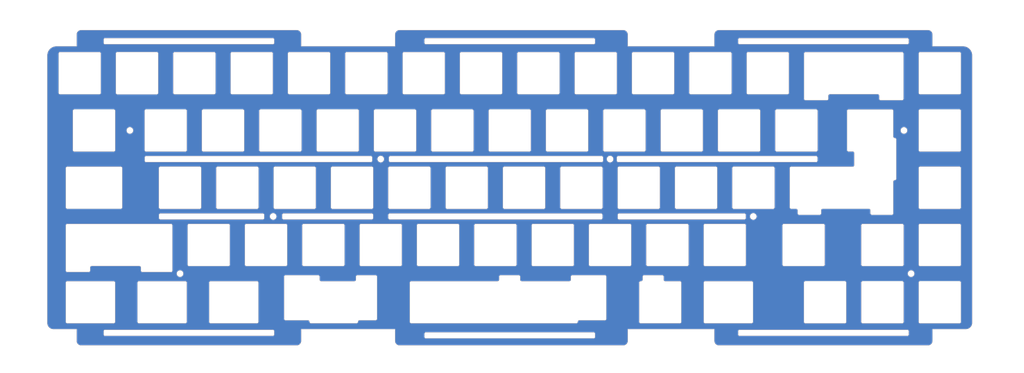
<source format=kicad_pcb>
(kicad_pcb (version 20171130) (host pcbnew "(5.1.10)-1")
  (layers (0 F.Cu signal) (31 B.Cu signal) (34 B.Paste user) (35 F.Paste user) (36 B.SilkS user) (37 F.SilkS user) (38 B.Mask user) (39 F.Mask user) (44 Edge.Cuts user))
  (net 0 "")
  (module CustomLogo:sanpjxlogo (layer F.Cu) (at 25.896159 -104.775264)
    (fp_text reference G*** hide)
    (fp_text value LOGO hide)
  )
  (module CustomLogo:Nuxroslogo25x19-F.Mask (layer F.Cu) (at 238.1256 -66.675168)
    (fp_text reference G*** hide)
    (fp_text value LOGO hide)
  )
  (gr_line (start -1.380558 -136.704563) (end -1.380558 -149.750992) (layer Edge.Cuts) (width 0))
  (gr_curve (pts (xy -1.380558 -136.704563) (xy -1.380558 -136.427434) (xy -1.155901 -136.202777) (xy -0.878773 -136.202777)) (layer Edge.Cuts) (width 0))
  (gr_line (start 12.167655 -136.202777) (end -0.878773 -136.202777) (layer Edge.Cuts) (width 0))
  (gr_curve (pts (xy 12.167655 -136.202777) (xy 12.444783 -136.202777) (xy 12.669441 -136.427434) (xy 12.669441 -136.704563)) (layer Edge.Cuts) (width 0))
  (gr_line (start 12.669441 -149.750992) (end 12.669441 -136.704563) (layer Edge.Cuts) (width 0))
  (gr_curve (pts (xy 12.669441 -149.750992) (xy 12.669441 -150.02812) (xy 12.444783 -150.252777) (xy 12.167655 -150.252777)) (layer Edge.Cuts) (width 0))
  (gr_line (start -0.878773 -150.252777) (end 12.167655 -150.252777) (layer Edge.Cuts) (width 0))
  (gr_curve (pts (xy -0.878773 -150.252777) (xy -1.155901 -150.252777) (xy -1.380558 -150.02812) (xy -1.380558 -149.750992)) (layer Edge.Cuts) (width 0))
  (gr_curve (pts (xy 37.881944 -76.552678) (xy 37.881944 -75.945165) (xy 38.374431 -75.452678) (xy 38.981944 -75.452678)) (layer Edge.Cuts) (width 0))
  (gr_curve (pts (xy 38.981944 -77.652678) (xy 38.374431 -77.652678) (xy 37.881944 -77.160191) (xy 37.881944 -76.552678)) (layer Edge.Cuts) (width 0))
  (gr_curve (pts (xy 40.081944 -76.552678) (xy 40.081944 -77.160191) (xy 39.589457 -77.652678) (xy 38.981944 -77.652678)) (layer Edge.Cuts) (width 0))
  (gr_curve (pts (xy 38.981944 -75.452678) (xy 39.589457 -75.452678) (xy 40.081944 -75.945165) (xy 40.081944 -76.552678)) (layer Edge.Cuts) (width 0))
  (gr_curve (pts (xy 180.756941 -114.65278) (xy 180.756941 -114.045267) (xy 181.249428 -113.55278) (xy 181.856941 -113.55278)) (layer Edge.Cuts) (width 0))
  (gr_curve (pts (xy 181.856941 -115.75278) (xy 181.249428 -115.75278) (xy 180.756941 -115.260293) (xy 180.756941 -114.65278)) (layer Edge.Cuts) (width 0))
  (gr_curve (pts (xy 182.956941 -114.65278) (xy 182.956941 -115.260293) (xy 182.464455 -115.75278) (xy 181.856941 -115.75278)) (layer Edge.Cuts) (width 0))
  (gr_curve (pts (xy 181.856941 -113.55278) (xy 182.464455 -113.55278) (xy 182.956941 -114.045267) (xy 182.956941 -114.65278)) (layer Edge.Cuts) (width 0))
  (gr_curve (pts (xy 280.769441 -76.552729) (xy 280.769441 -75.945216) (xy 281.261928 -75.452729) (xy 281.869441 -75.452729)) (layer Edge.Cuts) (width 0))
  (gr_curve (pts (xy 281.869441 -77.652729) (xy 281.261928 -77.652729) (xy 280.769441 -77.160242) (xy 280.769441 -76.552729)) (layer Edge.Cuts) (width 0))
  (gr_curve (pts (xy 282.969441 -76.552729) (xy 282.969441 -77.160242) (xy 282.476955 -77.652729) (xy 281.869441 -77.652729)) (layer Edge.Cuts) (width 0))
  (gr_curve (pts (xy 281.869441 -75.452729) (xy 282.476955 -75.452729) (xy 282.969441 -75.945216) (xy 282.969441 -76.552729)) (layer Edge.Cuts) (width 0))
  (gr_curve (pts (xy 68.825494 -95.571027) (xy 68.825494 -94.963514) (xy 69.317981 -94.471027) (xy 69.925494 -94.471027)) (layer Edge.Cuts) (width 0))
  (gr_curve (pts (xy 69.925494 -96.671027) (xy 69.317981 -96.671027) (xy 68.825494 -96.17854) (xy 68.825494 -95.571027)) (layer Edge.Cuts) (width 0))
  (gr_curve (pts (xy 71.025494 -95.571027) (xy 71.025494 -96.17854) (xy 70.533007 -96.671027) (xy 69.925494 -96.671027)) (layer Edge.Cuts) (width 0))
  (gr_curve (pts (xy 69.925494 -94.471027) (xy 70.533007 -94.471027) (xy 71.025494 -94.963514) (xy 71.025494 -95.571027)) (layer Edge.Cuts) (width 0))
  (gr_line (start 131.969441 -136.704563) (end 131.969441 -149.750992) (layer Edge.Cuts) (width 0))
  (gr_curve (pts (xy 131.969441 -136.704563) (xy 131.969441 -136.427434) (xy 132.194098 -136.202777) (xy 132.471226 -136.202777)) (layer Edge.Cuts) (width 0))
  (gr_line (start 145.517655 -136.202777) (end 132.471226 -136.202777) (layer Edge.Cuts) (width 0))
  (gr_curve (pts (xy 145.517655 -136.202777) (xy 145.794783 -136.202777) (xy 146.019441 -136.427434) (xy 146.019441 -136.704563)) (layer Edge.Cuts) (width 0))
  (gr_line (start 146.019441 -149.750992) (end 146.019441 -136.704563) (layer Edge.Cuts) (width 0))
  (gr_curve (pts (xy 146.019441 -149.750992) (xy 146.019441 -150.02812) (xy 145.794783 -150.252777) (xy 145.517655 -150.252777)) (layer Edge.Cuts) (width 0))
  (gr_line (start 132.471226 -150.252777) (end 145.517655 -150.252777) (layer Edge.Cuts) (width 0))
  (gr_curve (pts (xy 132.471226 -150.252777) (xy 132.194098 -150.252777) (xy 131.969441 -150.02812) (xy 131.969441 -149.750992)) (layer Edge.Cuts) (width 0))
  (gr_line (start 239.125691 -79.554563) (end 239.125691 -92.600992) (layer Edge.Cuts) (width 0))
  (gr_curve (pts (xy 239.125691 -79.554563) (xy 239.125691 -79.277434) (xy 239.350348 -79.052777) (xy 239.627476 -79.052777)) (layer Edge.Cuts) (width 0))
  (gr_line (start 252.673905 -79.052777) (end 239.627476 -79.052777) (layer Edge.Cuts) (width 0))
  (gr_curve (pts (xy 252.673905 -79.052777) (xy 252.951033 -79.052777) (xy 253.175691 -79.277434) (xy 253.175691 -79.554563)) (layer Edge.Cuts) (width 0))
  (gr_line (start 253.175691 -92.600992) (end 253.175691 -79.554563) (layer Edge.Cuts) (width 0))
  (gr_curve (pts (xy 253.175691 -92.600992) (xy 253.175691 -92.87812) (xy 252.951033 -93.102777) (xy 252.673905 -93.102777)) (layer Edge.Cuts) (width 0))
  (gr_line (start 239.627476 -93.102777) (end 252.673905 -93.102777) (layer Edge.Cuts) (width 0))
  (gr_curve (pts (xy 239.627476 -93.102777) (xy 239.350348 -93.102777) (xy 239.125691 -92.87812) (xy 239.125691 -92.600992)) (layer Edge.Cuts) (width 0))
  (gr_line (start 1.025691 -98.627777) (end 1.025691 -111.627777) (layer Edge.Cuts) (width 0))
  (gr_curve (pts (xy 1.025691 -98.627777) (xy 1.025691 -98.351635) (xy 1.249548 -98.127777) (xy 1.525691 -98.127777)) (layer Edge.Cuts) (width 0))
  (gr_line (start 19.288191 -98.127777) (end 1.525691 -98.127777) (layer Edge.Cuts) (width 0))
  (gr_curve (pts (xy 19.288191 -98.127777) (xy 19.564333 -98.127777) (xy 19.788191 -98.351635) (xy 19.788191 -98.627777)) (layer Edge.Cuts) (width 0))
  (gr_line (start 19.788191 -111.627777) (end 19.788191 -98.627777) (layer Edge.Cuts) (width 0))
  (gr_curve (pts (xy 19.788191 -111.627777) (xy 19.788191 -111.90392) (xy 19.564333 -112.127777) (xy 19.288191 -112.127777)) (layer Edge.Cuts) (width 0))
  (gr_line (start 1.525691 -112.127777) (end 19.288191 -112.127777) (layer Edge.Cuts) (width 0))
  (gr_curve (pts (xy 1.525691 -112.127777) (xy 1.249548 -112.127777) (xy 1.025691 -111.90392) (xy 1.025691 -111.627777)) (layer Edge.Cuts) (width 0))
  (gr_line (start 36.719441 -136.704563) (end 36.719441 -149.750992) (layer Edge.Cuts) (width 0))
  (gr_curve (pts (xy 36.719441 -136.704563) (xy 36.719441 -136.427434) (xy 36.944098 -136.202777) (xy 37.221226 -136.202777)) (layer Edge.Cuts) (width 0))
  (gr_line (start 50.267655 -136.202777) (end 37.221226 -136.202777) (layer Edge.Cuts) (width 0))
  (gr_curve (pts (xy 50.267655 -136.202777) (xy 50.544783 -136.202777) (xy 50.769441 -136.427434) (xy 50.769441 -136.704563)) (layer Edge.Cuts) (width 0))
  (gr_line (start 50.769441 -149.750992) (end 50.769441 -136.704563) (layer Edge.Cuts) (width 0))
  (gr_curve (pts (xy 50.769441 -149.750992) (xy 50.769441 -150.02812) (xy 50.544783 -150.252777) (xy 50.267655 -150.252777)) (layer Edge.Cuts) (width 0))
  (gr_line (start 37.221226 -150.252777) (end 50.267655 -150.252777) (layer Edge.Cuts) (width 0))
  (gr_curve (pts (xy 37.221226 -150.252777) (xy 36.944098 -150.252777) (xy 36.719441 -150.02812) (xy 36.719441 -149.750992)) (layer Edge.Cuts) (width 0))
  (gr_line (start 217.694441 -117.654563) (end 217.694441 -130.700992) (layer Edge.Cuts) (width 0))
  (gr_curve (pts (xy 217.694441 -117.654563) (xy 217.694441 -117.377434) (xy 217.919098 -117.152777) (xy 218.196226 -117.152777)) (layer Edge.Cuts) (width 0))
  (gr_line (start 231.242655 -117.152777) (end 218.196226 -117.152777) (layer Edge.Cuts) (width 0))
  (gr_curve (pts (xy 231.242655 -117.152777) (xy 231.519783 -117.152777) (xy 231.744441 -117.377434) (xy 231.744441 -117.654563)) (layer Edge.Cuts) (width 0))
  (gr_line (start 231.744441 -130.700992) (end 231.744441 -117.654563) (layer Edge.Cuts) (width 0))
  (gr_curve (pts (xy 231.744441 -130.700992) (xy 231.744441 -130.97812) (xy 231.519783 -131.202777) (xy 231.242655 -131.202777)) (layer Edge.Cuts) (width 0))
  (gr_line (start 218.196226 -131.202777) (end 231.242655 -131.202777) (layer Edge.Cuts) (width 0))
  (gr_curve (pts (xy 218.196226 -131.202777) (xy 217.919098 -131.202777) (xy 217.694441 -130.97812) (xy 217.694441 -130.700992)) (layer Edge.Cuts) (width 0))
  (gr_line (start 180.096226 -131.202777) (end 193.142655 -131.202777) (layer Edge.Cuts) (width 0))
  (gr_curve (pts (xy 180.096226 -131.202777) (xy 179.819098 -131.202777) (xy 179.594441 -130.97812) (xy 179.594441 -130.700992)) (layer Edge.Cuts) (width 0))
  (gr_line (start 179.594441 -117.654563) (end 179.594441 -130.700992) (layer Edge.Cuts) (width 0))
  (gr_curve (pts (xy 179.594441 -117.654563) (xy 179.594441 -117.377434) (xy 179.819098 -117.152777) (xy 180.096226 -117.152777)) (layer Edge.Cuts) (width 0))
  (gr_line (start 193.142655 -117.152777) (end 180.096226 -117.152777) (layer Edge.Cuts) (width 0))
  (gr_curve (pts (xy 193.142655 -117.152777) (xy 193.419783 -117.152777) (xy 193.644441 -117.377434) (xy 193.644441 -117.654563)) (layer Edge.Cuts) (width 0))
  (gr_line (start 193.644441 -130.700992) (end 193.644441 -117.654563) (layer Edge.Cuts) (width 0))
  (gr_curve (pts (xy 193.644441 -130.700992) (xy 193.644441 -130.97812) (xy 193.419783 -131.202777) (xy 193.142655 -131.202777)) (layer Edge.Cuts) (width 0))
  (gr_line (start 203.406941 -98.604563) (end 203.406941 -111.650992) (layer Edge.Cuts) (width 0))
  (gr_curve (pts (xy 203.406941 -98.604563) (xy 203.406941 -98.327434) (xy 203.631598 -98.102777) (xy 203.908726 -98.102777)) (layer Edge.Cuts) (width 0))
  (gr_line (start 216.955155 -98.102777) (end 203.908726 -98.102777) (layer Edge.Cuts) (width 0))
  (gr_curve (pts (xy 216.955155 -98.102777) (xy 217.232283 -98.102777) (xy 217.456941 -98.327434) (xy 217.456941 -98.604563)) (layer Edge.Cuts) (width 0))
  (gr_line (start 217.456941 -111.650992) (end 217.456941 -98.604563) (layer Edge.Cuts) (width 0))
  (gr_curve (pts (xy 217.456941 -111.650992) (xy 217.456941 -111.92812) (xy 217.232283 -112.152777) (xy 216.955155 -112.152777)) (layer Edge.Cuts) (width 0))
  (gr_line (start 203.908726 -112.152777) (end 216.955155 -112.152777) (layer Edge.Cuts) (width 0))
  (gr_curve (pts (xy 203.908726 -112.152777) (xy 203.631598 -112.152777) (xy 203.406941 -111.92812) (xy 203.406941 -111.650992)) (layer Edge.Cuts) (width 0))
  (gr_line (start 212.931941 -79.554563) (end 212.931941 -92.600992) (layer Edge.Cuts) (width 0))
  (gr_curve (pts (xy 212.931941 -79.554563) (xy 212.931941 -79.277434) (xy 213.156598 -79.052777) (xy 213.433726 -79.052777)) (layer Edge.Cuts) (width 0))
  (gr_line (start 226.480155 -79.052777) (end 213.433726 -79.052777) (layer Edge.Cuts) (width 0))
  (gr_curve (pts (xy 226.480155 -79.052777) (xy 226.757283 -79.052777) (xy 226.981941 -79.277434) (xy 226.981941 -79.554563)) (layer Edge.Cuts) (width 0))
  (gr_line (start 226.981941 -92.600992) (end 226.981941 -79.554563) (layer Edge.Cuts) (width 0))
  (gr_curve (pts (xy 226.981941 -92.600992) (xy 226.981941 -92.87812) (xy 226.757283 -93.102777) (xy 226.480155 -93.102777)) (layer Edge.Cuts) (width 0))
  (gr_line (start 213.433726 -93.102777) (end 226.480155 -93.102777) (layer Edge.Cuts) (width 0))
  (gr_curve (pts (xy 213.433726 -93.102777) (xy 213.156598 -93.102777) (xy 212.931941 -92.87812) (xy 212.931941 -92.600992)) (layer Edge.Cuts) (width 0))
  (gr_line (start 51.006941 -98.604563) (end 51.006941 -111.650992) (layer Edge.Cuts) (width 0))
  (gr_curve (pts (xy 51.006941 -98.604563) (xy 51.006941 -98.327434) (xy 51.231598 -98.102777) (xy 51.508726 -98.102777)) (layer Edge.Cuts) (width 0))
  (gr_line (start 64.555155 -98.102777) (end 51.508726 -98.102777) (layer Edge.Cuts) (width 0))
  (gr_curve (pts (xy 64.555155 -98.102777) (xy 64.832283 -98.102777) (xy 65.056941 -98.327434) (xy 65.056941 -98.604563)) (layer Edge.Cuts) (width 0))
  (gr_line (start 65.056941 -111.650992) (end 65.056941 -98.604563) (layer Edge.Cuts) (width 0))
  (gr_curve (pts (xy 65.056941 -111.650992) (xy 65.056941 -111.92812) (xy 64.832283 -112.152777) (xy 64.555155 -112.152777)) (layer Edge.Cuts) (width 0))
  (gr_line (start 51.508726 -112.152777) (end 64.555155 -112.152777) (layer Edge.Cuts) (width 0))
  (gr_curve (pts (xy 51.508726 -112.152777) (xy 51.231598 -112.152777) (xy 51.006941 -111.92812) (xy 51.006941 -111.650992)) (layer Edge.Cuts) (width 0))
  (gr_line (start 24.838191 -60.527777) (end 24.838191 -73.527777) (layer Edge.Cuts) (width 0))
  (gr_curve (pts (xy 24.838191 -60.527777) (xy 24.838191 -60.251635) (xy 25.062048 -60.027777) (xy 25.338191 -60.027777)) (layer Edge.Cuts) (width 0))
  (gr_line (start 40.719441 -60.027777) (end 25.338191 -60.027777) (layer Edge.Cuts) (width 0))
  (gr_curve (pts (xy 40.719441 -60.027777) (xy 40.995583 -60.027777) (xy 41.219441 -60.251635) (xy 41.219441 -60.527777)) (layer Edge.Cuts) (width 0))
  (gr_line (start 41.219441 -73.527777) (end 41.219441 -60.527777) (layer Edge.Cuts) (width 0))
  (gr_curve (pts (xy 41.219441 -73.527777) (xy 41.219441 -73.80392) (xy 40.995583 -74.027777) (xy 40.719441 -74.027777)) (layer Edge.Cuts) (width 0))
  (gr_line (start 25.338191 -74.027777) (end 40.719441 -74.027777) (layer Edge.Cuts) (width 0))
  (gr_curve (pts (xy 25.338191 -74.027777) (xy 25.062048 -74.027777) (xy 24.838191 -73.80392) (xy 24.838191 -73.527777)) (layer Edge.Cuts) (width 0))
  (gr_line (start 48.650691 -60.527777) (end 48.650691 -73.527777) (layer Edge.Cuts) (width 0))
  (gr_curve (pts (xy 48.650691 -60.527777) (xy 48.650691 -60.251635) (xy 48.874548 -60.027777) (xy 49.150691 -60.027777)) (layer Edge.Cuts) (width 0))
  (gr_line (start 64.531941 -60.027777) (end 49.150691 -60.027777) (layer Edge.Cuts) (width 0))
  (gr_curve (pts (xy 64.531941 -60.027777) (xy 64.808083 -60.027777) (xy 65.031941 -60.251635) (xy 65.031941 -60.527777)) (layer Edge.Cuts) (width 0))
  (gr_line (start 65.031941 -73.527777) (end 65.031941 -60.527777) (layer Edge.Cuts) (width 0))
  (gr_curve (pts (xy 65.031941 -73.527777) (xy 65.031941 -73.80392) (xy 64.808083 -74.027777) (xy 64.531941 -74.027777)) (layer Edge.Cuts) (width 0))
  (gr_line (start 49.150691 -74.027777) (end 64.531941 -74.027777) (layer Edge.Cuts) (width 0))
  (gr_curve (pts (xy 49.150691 -74.027777) (xy 48.874548 -74.027777) (xy 48.650691 -73.80392) (xy 48.650691 -73.527777)) (layer Edge.Cuts) (width 0))
  (gr_line (start 284.369441 -98.604563) (end 284.369441 -111.650992) (layer Edge.Cuts) (width 0))
  (gr_curve (pts (xy 284.369441 -98.604563) (xy 284.369441 -98.327434) (xy 284.594098 -98.102777) (xy 284.871226 -98.102777)) (layer Edge.Cuts) (width 0))
  (gr_line (start 297.917655 -98.102777) (end 284.871226 -98.102777) (layer Edge.Cuts) (width 0))
  (gr_curve (pts (xy 297.917655 -98.102777) (xy 298.194783 -98.102777) (xy 298.419441 -98.327434) (xy 298.419441 -98.604563)) (layer Edge.Cuts) (width 0))
  (gr_line (start 298.419441 -111.650992) (end 298.419441 -98.604563) (layer Edge.Cuts) (width 0))
  (gr_curve (pts (xy 298.419441 -111.650992) (xy 298.419441 -111.92812) (xy 298.194783 -112.152777) (xy 297.917655 -112.152777)) (layer Edge.Cuts) (width 0))
  (gr_line (start 284.871226 -112.152777) (end 297.917655 -112.152777) (layer Edge.Cuts) (width 0))
  (gr_curve (pts (xy 284.871226 -112.152777) (xy 284.594098 -112.152777) (xy 284.369441 -111.92812) (xy 284.369441 -111.650992)) (layer Edge.Cuts) (width 0))
  (gr_line (start 60.531941 -79.554563) (end 60.531941 -92.600992) (layer Edge.Cuts) (width 0))
  (gr_curve (pts (xy 60.531941 -79.554563) (xy 60.531941 -79.277434) (xy 60.756598 -79.052777) (xy 61.033726 -79.052777)) (layer Edge.Cuts) (width 0))
  (gr_line (start 74.080155 -79.052777) (end 61.033726 -79.052777) (layer Edge.Cuts) (width 0))
  (gr_curve (pts (xy 74.080155 -79.052777) (xy 74.357283 -79.052777) (xy 74.581941 -79.277434) (xy 74.581941 -79.554563)) (layer Edge.Cuts) (width 0))
  (gr_line (start 74.581941 -92.600992) (end 74.581941 -79.554563) (layer Edge.Cuts) (width 0))
  (gr_curve (pts (xy 74.581941 -92.600992) (xy 74.581941 -92.87812) (xy 74.357283 -93.102777) (xy 74.080155 -93.102777)) (layer Edge.Cuts) (width 0))
  (gr_line (start 61.033726 -93.102777) (end 74.080155 -93.102777) (layer Edge.Cuts) (width 0))
  (gr_curve (pts (xy 61.033726 -93.102777) (xy 60.756598 -93.102777) (xy 60.531941 -92.87812) (xy 60.531941 -92.600992)) (layer Edge.Cuts) (width 0))
  (gr_line (start 227.219441 -136.704563) (end 227.219441 -149.750992) (layer Edge.Cuts) (width 0))
  (gr_curve (pts (xy 227.219441 -136.704563) (xy 227.219441 -136.427434) (xy 227.444098 -136.202777) (xy 227.721226 -136.202777)) (layer Edge.Cuts) (width 0))
  (gr_line (start 240.767655 -136.202777) (end 227.721226 -136.202777) (layer Edge.Cuts) (width 0))
  (gr_curve (pts (xy 240.767655 -136.202777) (xy 241.044783 -136.202777) (xy 241.269441 -136.427434) (xy 241.269441 -136.704563)) (layer Edge.Cuts) (width 0))
  (gr_line (start 241.269441 -149.750992) (end 241.269441 -136.704563) (layer Edge.Cuts) (width 0))
  (gr_curve (pts (xy 241.269441 -149.750992) (xy 241.269441 -150.02812) (xy 241.044783 -150.252777) (xy 240.767655 -150.252777)) (layer Edge.Cuts) (width 0))
  (gr_line (start 227.721226 -150.252777) (end 240.767655 -150.252777) (layer Edge.Cuts) (width 0))
  (gr_curve (pts (xy 227.721226 -150.252777) (xy 227.444098 -150.252777) (xy 227.219441 -150.02812) (xy 227.219441 -149.750992)) (layer Edge.Cuts) (width 0))
  (gr_line (start 161.046226 -131.202777) (end 174.092655 -131.202777) (layer Edge.Cuts) (width 0))
  (gr_curve (pts (xy 161.046226 -131.202777) (xy 160.769098 -131.202777) (xy 160.544441 -130.97812) (xy 160.544441 -130.700992)) (layer Edge.Cuts) (width 0))
  (gr_line (start 160.544441 -117.654563) (end 160.544441 -130.700992) (layer Edge.Cuts) (width 0))
  (gr_curve (pts (xy 160.544441 -117.654563) (xy 160.544441 -117.377434) (xy 160.769098 -117.152777) (xy 161.046226 -117.152777)) (layer Edge.Cuts) (width 0))
  (gr_line (start 174.092655 -117.152777) (end 161.046226 -117.152777) (layer Edge.Cuts) (width 0))
  (gr_curve (pts (xy 174.092655 -117.152777) (xy 174.369783 -117.152777) (xy 174.594441 -117.377434) (xy 174.594441 -117.654563)) (layer Edge.Cuts) (width 0))
  (gr_line (start 174.594441 -130.700992) (end 174.594441 -117.654563) (layer Edge.Cuts) (width 0))
  (gr_curve (pts (xy 174.594441 -130.700992) (xy 174.594441 -130.97812) (xy 174.369783 -131.202777) (xy 174.092655 -131.202777)) (layer Edge.Cuts) (width 0))
  (gr_line (start 46.244441 -117.654563) (end 46.244441 -130.700992) (layer Edge.Cuts) (width 0))
  (gr_curve (pts (xy 46.244441 -117.654563) (xy 46.244441 -117.377434) (xy 46.469098 -117.152777) (xy 46.746226 -117.152777)) (layer Edge.Cuts) (width 0))
  (gr_line (start 59.792655 -117.152777) (end 46.746226 -117.152777) (layer Edge.Cuts) (width 0))
  (gr_curve (pts (xy 59.792655 -117.152777) (xy 60.069783 -117.152777) (xy 60.294441 -117.377434) (xy 60.294441 -117.654563)) (layer Edge.Cuts) (width 0))
  (gr_line (start 60.294441 -130.700992) (end 60.294441 -117.654563) (layer Edge.Cuts) (width 0))
  (gr_curve (pts (xy 60.294441 -130.700992) (xy 60.294441 -130.97812) (xy 60.069783 -131.202777) (xy 59.792655 -131.202777)) (layer Edge.Cuts) (width 0))
  (gr_line (start 46.746226 -131.202777) (end 59.792655 -131.202777) (layer Edge.Cuts) (width 0))
  (gr_curve (pts (xy 46.746226 -131.202777) (xy 46.469098 -131.202777) (xy 46.244441 -130.97812) (xy 46.244441 -130.700992)) (layer Edge.Cuts) (width 0))
  (gr_line (start 284.369441 -136.704563) (end 284.369441 -149.750992) (layer Edge.Cuts) (width 0))
  (gr_curve (pts (xy 284.369441 -136.704563) (xy 284.369441 -136.427434) (xy 284.594098 -136.202777) (xy 284.871226 -136.202777)) (layer Edge.Cuts) (width 0))
  (gr_line (start 297.917655 -136.202777) (end 284.871226 -136.202777) (layer Edge.Cuts) (width 0))
  (gr_curve (pts (xy 297.917655 -136.202777) (xy 298.194783 -136.202777) (xy 298.419441 -136.427434) (xy 298.419441 -136.704563)) (layer Edge.Cuts) (width 0))
  (gr_line (start 298.419441 -149.750992) (end 298.419441 -136.704563) (layer Edge.Cuts) (width 0))
  (gr_curve (pts (xy 298.419441 -149.750992) (xy 298.419441 -150.02812) (xy 298.194783 -150.252777) (xy 297.917655 -150.252777)) (layer Edge.Cuts) (width 0))
  (gr_line (start 284.871226 -150.252777) (end 297.917655 -150.252777) (layer Edge.Cuts) (width 0))
  (gr_curve (pts (xy 284.871226 -150.252777) (xy 284.594098 -150.252777) (xy 284.369441 -150.02812) (xy 284.369441 -149.750992)) (layer Edge.Cuts) (width 0))
  (gr_line (start 212.956941 -60.527777) (end 212.956941 -73.527777) (layer Edge.Cuts) (width 0))
  (gr_curve (pts (xy 212.956941 -60.527777) (xy 212.956941 -60.251635) (xy 213.180798 -60.027777) (xy 213.456941 -60.027777)) (layer Edge.Cuts) (width 0))
  (gr_line (start 228.838191 -60.027777) (end 213.456941 -60.027777) (layer Edge.Cuts) (width 0))
  (gr_curve (pts (xy 228.838191 -60.027777) (xy 229.114333 -60.027777) (xy 229.338191 -60.251635) (xy 229.338191 -60.527777)) (layer Edge.Cuts) (width 0))
  (gr_line (start 229.338191 -73.527777) (end 229.338191 -60.527777) (layer Edge.Cuts) (width 0))
  (gr_curve (pts (xy 229.338191 -73.527777) (xy 229.338191 -73.80392) (xy 229.114333 -74.027777) (xy 228.838191 -74.027777)) (layer Edge.Cuts) (width 0))
  (gr_line (start 213.456941 -74.027777) (end 228.838191 -74.027777) (layer Edge.Cuts) (width 0))
  (gr_curve (pts (xy 213.456941 -74.027777) (xy 213.180798 -74.027777) (xy 212.956941 -73.80392) (xy 212.956941 -73.527777)) (layer Edge.Cuts) (width 0))
  (gr_line (start 80.083726 -93.102777) (end 93.130155 -93.102777) (layer Edge.Cuts) (width 0))
  (gr_curve (pts (xy 80.083726 -93.102777) (xy 79.806598 -93.102777) (xy 79.581941 -92.87812) (xy 79.581941 -92.600992)) (layer Edge.Cuts) (width 0))
  (gr_line (start 79.581941 -79.554563) (end 79.581941 -92.600992) (layer Edge.Cuts) (width 0))
  (gr_curve (pts (xy 79.581941 -79.554563) (xy 79.581941 -79.277434) (xy 79.806598 -79.052777) (xy 80.083726 -79.052777)) (layer Edge.Cuts) (width 0))
  (gr_line (start 93.130155 -79.052777) (end 80.083726 -79.052777) (layer Edge.Cuts) (width 0))
  (gr_curve (pts (xy 93.130155 -79.052777) (xy 93.407283 -79.052777) (xy 93.631941 -79.277434) (xy 93.631941 -79.554563)) (layer Edge.Cuts) (width 0))
  (gr_line (start 93.631941 -92.600992) (end 93.631941 -79.554563) (layer Edge.Cuts) (width 0))
  (gr_curve (pts (xy 93.631941 -92.600992) (xy 93.631941 -92.87812) (xy 93.407283 -93.102777) (xy 93.130155 -93.102777)) (layer Edge.Cuts) (width 0))
  (gr_line (start 170.069441 -136.704563) (end 170.069441 -149.750992) (layer Edge.Cuts) (width 0))
  (gr_curve (pts (xy 170.069441 -136.704563) (xy 170.069441 -136.427434) (xy 170.294098 -136.202777) (xy 170.571226 -136.202777)) (layer Edge.Cuts) (width 0))
  (gr_line (start 183.617655 -136.202777) (end 170.571226 -136.202777) (layer Edge.Cuts) (width 0))
  (gr_curve (pts (xy 183.617655 -136.202777) (xy 183.894783 -136.202777) (xy 184.119441 -136.427434) (xy 184.119441 -136.704563)) (layer Edge.Cuts) (width 0))
  (gr_line (start 184.119441 -149.750992) (end 184.119441 -136.704563) (layer Edge.Cuts) (width 0))
  (gr_curve (pts (xy 184.119441 -149.750992) (xy 184.119441 -150.02812) (xy 183.894783 -150.252777) (xy 183.617655 -150.252777)) (layer Edge.Cuts) (width 0))
  (gr_line (start 170.571226 -150.252777) (end 183.617655 -150.252777) (layer Edge.Cuts) (width 0))
  (gr_curve (pts (xy 170.571226 -150.252777) (xy 170.294098 -150.252777) (xy 170.069441 -150.02812) (xy 170.069441 -149.750992)) (layer Edge.Cuts) (width 0))
  (gr_line (start 108.156941 -98.604563) (end 108.156941 -111.650992) (layer Edge.Cuts) (width 0))
  (gr_curve (pts (xy 108.156941 -98.604563) (xy 108.156941 -98.327434) (xy 108.381598 -98.102777) (xy 108.658726 -98.102777)) (layer Edge.Cuts) (width 0))
  (gr_line (start 121.705155 -98.102777) (end 108.658726 -98.102777) (layer Edge.Cuts) (width 0))
  (gr_curve (pts (xy 121.705155 -98.102777) (xy 121.982283 -98.102777) (xy 122.206941 -98.327434) (xy 122.206941 -98.604563)) (layer Edge.Cuts) (width 0))
  (gr_line (start 122.206941 -111.650992) (end 122.206941 -98.604563) (layer Edge.Cuts) (width 0))
  (gr_curve (pts (xy 122.206941 -111.650992) (xy 122.206941 -111.92812) (xy 121.982283 -112.152777) (xy 121.705155 -112.152777)) (layer Edge.Cuts) (width 0))
  (gr_line (start 108.658726 -112.152777) (end 121.705155 -112.152777) (layer Edge.Cuts) (width 0))
  (gr_curve (pts (xy 108.658726 -112.152777) (xy 108.381598 -112.152777) (xy 108.156941 -111.92812) (xy 108.156941 -111.650992)) (layer Edge.Cuts) (width 0))
  (gr_line (start 284.369441 -117.654563) (end 284.369441 -130.700992) (layer Edge.Cuts) (width 0))
  (gr_curve (pts (xy 284.369441 -117.654563) (xy 284.369441 -117.377434) (xy 284.594098 -117.152777) (xy 284.871226 -117.152777)) (layer Edge.Cuts) (width 0))
  (gr_line (start 297.917655 -117.152777) (end 284.871226 -117.152777) (layer Edge.Cuts) (width 0))
  (gr_curve (pts (xy 297.917655 -117.152777) (xy 298.194783 -117.152777) (xy 298.419441 -117.377434) (xy 298.419441 -117.654563)) (layer Edge.Cuts) (width 0))
  (gr_line (start 298.419441 -130.700992) (end 298.419441 -117.654563) (layer Edge.Cuts) (width 0))
  (gr_curve (pts (xy 298.419441 -130.700992) (xy 298.419441 -130.97812) (xy 298.194783 -131.202777) (xy 297.917655 -131.202777)) (layer Edge.Cuts) (width 0))
  (gr_line (start 284.871226 -131.202777) (end 297.917655 -131.202777) (layer Edge.Cuts) (width 0))
  (gr_curve (pts (xy 284.871226 -131.202777) (xy 284.594098 -131.202777) (xy 284.369441 -130.97812) (xy 284.369441 -130.700992)) (layer Edge.Cuts) (width 0))
  (gr_line (start 99.133726 -93.102777) (end 112.180155 -93.102777) (layer Edge.Cuts) (width 0))
  (gr_curve (pts (xy 99.133726 -93.102777) (xy 98.856598 -93.102777) (xy 98.631941 -92.87812) (xy 98.631941 -92.600992)) (layer Edge.Cuts) (width 0))
  (gr_line (start 98.631941 -79.554563) (end 98.631941 -92.600992) (layer Edge.Cuts) (width 0))
  (gr_curve (pts (xy 98.631941 -79.554563) (xy 98.631941 -79.277434) (xy 98.856598 -79.052777) (xy 99.133726 -79.052777)) (layer Edge.Cuts) (width 0))
  (gr_line (start 112.180155 -79.052777) (end 99.133726 -79.052777) (layer Edge.Cuts) (width 0))
  (gr_curve (pts (xy 112.180155 -79.052777) (xy 112.457283 -79.052777) (xy 112.681941 -79.277434) (xy 112.681941 -79.554563)) (layer Edge.Cuts) (width 0))
  (gr_line (start 112.681941 -92.600992) (end 112.681941 -79.554563) (layer Edge.Cuts) (width 0))
  (gr_curve (pts (xy 112.681941 -92.600992) (xy 112.681941 -92.87812) (xy 112.457283 -93.102777) (xy 112.180155 -93.102777)) (layer Edge.Cuts) (width 0))
  (gr_line (start 165.306941 -98.604563) (end 165.306941 -111.650992) (layer Edge.Cuts) (width 0))
  (gr_curve (pts (xy 165.306941 -98.604563) (xy 165.306941 -98.327434) (xy 165.531598 -98.102777) (xy 165.808726 -98.102777)) (layer Edge.Cuts) (width 0))
  (gr_line (start 178.855155 -98.102777) (end 165.808726 -98.102777) (layer Edge.Cuts) (width 0))
  (gr_curve (pts (xy 178.855155 -98.102777) (xy 179.132283 -98.102777) (xy 179.356941 -98.327434) (xy 179.356941 -98.604563)) (layer Edge.Cuts) (width 0))
  (gr_line (start 179.356941 -111.650992) (end 179.356941 -98.604563) (layer Edge.Cuts) (width 0))
  (gr_curve (pts (xy 179.356941 -111.650992) (xy 179.356941 -111.92812) (xy 179.132283 -112.152777) (xy 178.855155 -112.152777)) (layer Edge.Cuts) (width 0))
  (gr_line (start 165.808726 -112.152777) (end 178.855155 -112.152777) (layer Edge.Cuts) (width 0))
  (gr_curve (pts (xy 165.808726 -112.152777) (xy 165.531598 -112.152777) (xy 165.306941 -111.92812) (xy 165.306941 -111.650992)) (layer Edge.Cuts) (width 0))
  (gr_line (start 189.119441 -136.704563) (end 189.119441 -149.750992) (layer Edge.Cuts) (width 0))
  (gr_curve (pts (xy 189.119441 -136.704563) (xy 189.119441 -136.427434) (xy 189.344098 -136.202777) (xy 189.621226 -136.202777)) (layer Edge.Cuts) (width 0))
  (gr_line (start 202.667655 -136.202777) (end 189.621226 -136.202777) (layer Edge.Cuts) (width 0))
  (gr_curve (pts (xy 202.667655 -136.202777) (xy 202.944783 -136.202777) (xy 203.169441 -136.427434) (xy 203.169441 -136.704563)) (layer Edge.Cuts) (width 0))
  (gr_line (start 203.169441 -149.750992) (end 203.169441 -136.704563) (layer Edge.Cuts) (width 0))
  (gr_curve (pts (xy 203.169441 -149.750992) (xy 203.169441 -150.02812) (xy 202.944783 -150.252777) (xy 202.667655 -150.252777)) (layer Edge.Cuts) (width 0))
  (gr_line (start 189.621226 -150.252777) (end 202.667655 -150.252777) (layer Edge.Cuts) (width 0))
  (gr_curve (pts (xy 189.621226 -150.252777) (xy 189.344098 -150.252777) (xy 189.119441 -150.02812) (xy 189.119441 -149.750992)) (layer Edge.Cuts) (width 0))
  (gr_line (start 31.956941 -98.604563) (end 31.956941 -111.650992) (layer Edge.Cuts) (width 0))
  (gr_curve (pts (xy 31.956941 -98.604563) (xy 31.956941 -98.327434) (xy 32.181598 -98.102777) (xy 32.458726 -98.102777)) (layer Edge.Cuts) (width 0))
  (gr_line (start 45.505155 -98.102777) (end 32.458726 -98.102777) (layer Edge.Cuts) (width 0))
  (gr_curve (pts (xy 45.505155 -98.102777) (xy 45.782283 -98.102777) (xy 46.006941 -98.327434) (xy 46.006941 -98.604563)) (layer Edge.Cuts) (width 0))
  (gr_line (start 46.006941 -111.650992) (end 46.006941 -98.604563) (layer Edge.Cuts) (width 0))
  (gr_curve (pts (xy 46.006941 -111.650992) (xy 46.006941 -111.92812) (xy 45.782283 -112.152777) (xy 45.505155 -112.152777)) (layer Edge.Cuts) (width 0))
  (gr_line (start 32.458726 -112.152777) (end 45.505155 -112.152777) (layer Edge.Cuts) (width 0))
  (gr_curve (pts (xy 32.458726 -112.152777) (xy 32.181598 -112.152777) (xy 31.956941 -111.92812) (xy 31.956941 -111.650992)) (layer Edge.Cuts) (width 0))
  (gr_line (start 27.194441 -117.654563) (end 27.194441 -130.700992) (layer Edge.Cuts) (width 0))
  (gr_curve (pts (xy 27.194441 -117.654563) (xy 27.194441 -117.377434) (xy 27.419098 -117.152777) (xy 27.696226 -117.152777)) (layer Edge.Cuts) (width 0))
  (gr_line (start 40.742655 -117.152777) (end 27.696226 -117.152777) (layer Edge.Cuts) (width 0))
  (gr_curve (pts (xy 40.742655 -117.152777) (xy 41.019783 -117.152777) (xy 41.244441 -117.377434) (xy 41.244441 -117.654563)) (layer Edge.Cuts) (width 0))
  (gr_line (start 41.244441 -130.700992) (end 41.244441 -117.654563) (layer Edge.Cuts) (width 0))
  (gr_curve (pts (xy 41.244441 -130.700992) (xy 41.244441 -130.97812) (xy 41.019783 -131.202777) (xy 40.742655 -131.202777)) (layer Edge.Cuts) (width 0))
  (gr_line (start 27.696226 -131.202777) (end 40.742655 -131.202777) (layer Edge.Cuts) (width 0))
  (gr_curve (pts (xy 27.696226 -131.202777) (xy 27.419098 -131.202777) (xy 27.194441 -130.97812) (xy 27.194441 -130.700992)) (layer Edge.Cuts) (width 0))
  (gr_line (start 65.796226 -131.202777) (end 78.842655 -131.202777) (layer Edge.Cuts) (width 0))
  (gr_curve (pts (xy 65.796226 -131.202777) (xy 65.519098 -131.202777) (xy 65.294441 -130.97812) (xy 65.294441 -130.700992)) (layer Edge.Cuts) (width 0))
  (gr_line (start 65.294441 -117.654563) (end 65.294441 -130.700992) (layer Edge.Cuts) (width 0))
  (gr_curve (pts (xy 65.294441 -117.654563) (xy 65.294441 -117.377434) (xy 65.519098 -117.152777) (xy 65.796226 -117.152777)) (layer Edge.Cuts) (width 0))
  (gr_line (start 78.842655 -117.152777) (end 65.796226 -117.152777) (layer Edge.Cuts) (width 0))
  (gr_curve (pts (xy 78.842655 -117.152777) (xy 79.119783 -117.152777) (xy 79.344441 -117.377434) (xy 79.344441 -117.654563)) (layer Edge.Cuts) (width 0))
  (gr_line (start 79.344441 -130.700992) (end 79.344441 -117.654563) (layer Edge.Cuts) (width 0))
  (gr_curve (pts (xy 79.344441 -130.700992) (xy 79.344441 -130.97812) (xy 79.119783 -131.202777) (xy 78.842655 -131.202777)) (layer Edge.Cuts) (width 0))
  (gr_line (start 70.056941 -98.604563) (end 70.056941 -111.650992) (layer Edge.Cuts) (width 0))
  (gr_curve (pts (xy 70.056941 -98.604563) (xy 70.056941 -98.327434) (xy 70.281598 -98.102777) (xy 70.558726 -98.102777)) (layer Edge.Cuts) (width 0))
  (gr_line (start 83.605155 -98.102777) (end 70.558726 -98.102777) (layer Edge.Cuts) (width 0))
  (gr_curve (pts (xy 83.605155 -98.102777) (xy 83.882283 -98.102777) (xy 84.106941 -98.327434) (xy 84.106941 -98.604563)) (layer Edge.Cuts) (width 0))
  (gr_line (start 84.106941 -111.650992) (end 84.106941 -98.604563) (layer Edge.Cuts) (width 0))
  (gr_curve (pts (xy 84.106941 -111.650992) (xy 84.106941 -111.92812) (xy 83.882283 -112.152777) (xy 83.605155 -112.152777)) (layer Edge.Cuts) (width 0))
  (gr_line (start 70.558726 -112.152777) (end 83.605155 -112.152777) (layer Edge.Cuts) (width 0))
  (gr_curve (pts (xy 70.558726 -112.152777) (xy 70.281598 -112.152777) (xy 70.056941 -111.92812) (xy 70.056941 -111.650992)) (layer Edge.Cuts) (width 0))
  (gr_line (start 174.831941 -79.554563) (end 174.831941 -92.600992) (layer Edge.Cuts) (width 0))
  (gr_curve (pts (xy 174.831941 -79.554563) (xy 174.831941 -79.277434) (xy 175.056598 -79.052777) (xy 175.333726 -79.052777)) (layer Edge.Cuts) (width 0))
  (gr_line (start 188.380155 -79.052777) (end 175.333726 -79.052777) (layer Edge.Cuts) (width 0))
  (gr_curve (pts (xy 188.380155 -79.052777) (xy 188.657283 -79.052777) (xy 188.881941 -79.277434) (xy 188.881941 -79.554563)) (layer Edge.Cuts) (width 0))
  (gr_line (start 188.881941 -92.600992) (end 188.881941 -79.554563) (layer Edge.Cuts) (width 0))
  (gr_curve (pts (xy 188.881941 -92.600992) (xy 188.881941 -92.87812) (xy 188.657283 -93.102777) (xy 188.380155 -93.102777)) (layer Edge.Cuts) (width 0))
  (gr_line (start 175.333726 -93.102777) (end 188.380155 -93.102777) (layer Edge.Cuts) (width 0))
  (gr_curve (pts (xy 175.333726 -93.102777) (xy 175.056598 -93.102777) (xy 174.831941 -92.87812) (xy 174.831941 -92.600992)) (layer Edge.Cuts) (width 0))
  (gr_line (start 284.369441 -60.504563) (end 284.369441 -73.550992) (layer Edge.Cuts) (width 0))
  (gr_curve (pts (xy 284.369441 -60.504563) (xy 284.369441 -60.227434) (xy 284.594098 -60.002777) (xy 284.871226 -60.002777)) (layer Edge.Cuts) (width 0))
  (gr_line (start 297.917655 -60.002777) (end 284.871226 -60.002777) (layer Edge.Cuts) (width 0))
  (gr_curve (pts (xy 297.917655 -60.002777) (xy 298.194783 -60.002777) (xy 298.419441 -60.227434) (xy 298.419441 -60.504563)) (layer Edge.Cuts) (width 0))
  (gr_line (start 298.419441 -73.550992) (end 298.419441 -60.504563) (layer Edge.Cuts) (width 0))
  (gr_curve (pts (xy 298.419441 -73.550992) (xy 298.419441 -73.82812) (xy 298.194783 -74.052777) (xy 297.917655 -74.052777)) (layer Edge.Cuts) (width 0))
  (gr_line (start 284.871226 -74.052777) (end 297.917655 -74.052777) (layer Edge.Cuts) (width 0))
  (gr_curve (pts (xy 284.871226 -74.052777) (xy 284.594098 -74.052777) (xy 284.369441 -73.82812) (xy 284.369441 -73.550992)) (layer Edge.Cuts) (width 0))
  (gr_line (start 69.865947 -152.869444) (end 13.987504 -152.869444) (layer Edge.Cuts) (width 0))
  (gr_curve (pts (xy 69.865947 -152.869444) (xy 70.08591 -152.869444) (xy 70.264225 -153.093302) (xy 70.264225 -153.369444)) (layer Edge.Cuts) (width 0))
  (gr_line (start 70.264225 -154.369444) (end 70.264225 -153.369444) (layer Edge.Cuts) (width 0))
  (gr_curve (pts (xy 70.264225 -154.369444) (xy 70.264225 -154.645586) (xy 70.08591 -154.869444) (xy 69.865947 -154.869444)) (layer Edge.Cuts) (width 0))
  (gr_line (start 13.987504 -154.869444) (end 69.865947 -154.869444) (layer Edge.Cuts) (width 0))
  (gr_curve (pts (xy 13.987504 -154.869444) (xy 13.767541 -154.869444) (xy 13.589225 -154.645586) (xy 13.589225 -154.369444)) (layer Edge.Cuts) (width 0))
  (gr_line (start 13.589225 -153.369444) (end 13.589225 -154.369444) (layer Edge.Cuts) (width 0))
  (gr_curve (pts (xy 13.589225 -153.369444) (xy 13.589225 -153.093302) (xy 13.767541 -152.869444) (xy 13.987504 -152.869444)) (layer Edge.Cuts) (width 0))
  (gr_line (start 69.865947 -55.856481) (end 13.987504 -55.856481) (layer Edge.Cuts) (width 0))
  (gr_curve (pts (xy 69.865947 -55.856481) (xy 70.08591 -55.856481) (xy 70.264225 -56.080339) (xy 70.264225 -56.356481)) (layer Edge.Cuts) (width 0))
  (gr_line (start 70.264225 -57.356481) (end 70.264225 -56.356481) (layer Edge.Cuts) (width 0))
  (gr_curve (pts (xy 70.264225 -57.356481) (xy 70.264225 -57.632623) (xy 70.08591 -57.856481) (xy 69.865947 -57.856481)) (layer Edge.Cuts) (width 0))
  (gr_line (start 13.987504 -57.856481) (end 69.865947 -57.856481) (layer Edge.Cuts) (width 0))
  (gr_curve (pts (xy 13.987504 -57.856481) (xy 13.767541 -57.856481) (xy 13.589225 -57.632623) (xy 13.589225 -57.356481)) (layer Edge.Cuts) (width 0))
  (gr_line (start 13.589225 -56.356481) (end 13.589225 -57.356481) (layer Edge.Cuts) (width 0))
  (gr_curve (pts (xy 13.589225 -56.356481) (xy 13.589225 -56.080339) (xy 13.767541 -55.856481) (xy 13.987504 -55.856481)) (layer Edge.Cuts) (width 0))
  (gr_line (start 176.458666 -152.869444) (end 120.580222 -152.869444) (layer Edge.Cuts) (width 0))
  (gr_curve (pts (xy 176.458666 -152.869444) (xy 176.678629 -152.869444) (xy 176.856944 -153.093302) (xy 176.856944 -153.369444)) (layer Edge.Cuts) (width 0))
  (gr_line (start 176.856944 -154.369444) (end 176.856944 -153.369444) (layer Edge.Cuts) (width 0))
  (gr_curve (pts (xy 176.856944 -154.369444) (xy 176.856944 -154.645586) (xy 176.678629 -154.869444) (xy 176.458666 -154.869444)) (layer Edge.Cuts) (width 0))
  (gr_line (start 120.580222 -154.869444) (end 176.458666 -154.869444) (layer Edge.Cuts) (width 0))
  (gr_curve (pts (xy 120.580222 -154.869444) (xy 120.360259 -154.869444) (xy 120.181944 -154.645586) (xy 120.181944 -154.369444)) (layer Edge.Cuts) (width 0))
  (gr_line (start 120.181944 -153.369444) (end 120.181944 -154.369444) (layer Edge.Cuts) (width 0))
  (gr_curve (pts (xy 120.181944 -153.369444) (xy 120.181944 -153.093302) (xy 120.360259 -152.869444) (xy 120.580222 -152.869444)) (layer Edge.Cuts) (width 0))
  (gr_line (start 102.331046 -113.65278) (end 27.71944 -113.65278) (layer Edge.Cuts) (width 0))
  (gr_curve (pts (xy 102.331046 -113.65278) (xy 102.607188 -113.65278) (xy 102.831046 -113.876637) (xy 102.831046 -114.15278)) (layer Edge.Cuts) (width 0))
  (gr_line (start 102.831046 -115.15278) (end 102.831046 -114.15278) (layer Edge.Cuts) (width 0))
  (gr_curve (pts (xy 102.831046 -115.15278) (xy 102.831046 -115.428922) (xy 102.607188 -115.65278) (xy 102.331046 -115.65278)) (layer Edge.Cuts) (width 0))
  (gr_line (start 27.71944 -115.65278) (end 102.331046 -115.65278) (layer Edge.Cuts) (width 0))
  (gr_curve (pts (xy 27.71944 -115.65278) (xy 27.443298 -115.65278) (xy 27.21944 -115.428922) (xy 27.21944 -115.15278)) (layer Edge.Cuts) (width 0))
  (gr_line (start 27.21944 -114.15278) (end 27.21944 -115.15278) (layer Edge.Cuts) (width 0))
  (gr_curve (pts (xy 27.21944 -114.15278) (xy 27.21944 -113.876637) (xy 27.443298 -113.65278) (xy 27.71944 -113.65278)) (layer Edge.Cuts) (width 0))
  (gr_line (start 250.269441 -113.65278) (end 184.594441 -113.65278) (layer Edge.Cuts) (width 0))
  (gr_curve (pts (xy 250.269441 -113.65278) (xy 250.545583 -113.65278) (xy 250.769441 -113.876637) (xy 250.769441 -114.15278)) (layer Edge.Cuts) (width 0))
  (gr_line (start 250.769441 -115.15278) (end 250.769441 -114.15278) (layer Edge.Cuts) (width 0))
  (gr_curve (pts (xy 250.769441 -115.15278) (xy 250.769441 -115.428922) (xy 250.545583 -115.65278) (xy 250.269441 -115.65278)) (layer Edge.Cuts) (width 0))
  (gr_line (start 184.594441 -115.65278) (end 250.269441 -115.65278) (layer Edge.Cuts) (width 0))
  (gr_curve (pts (xy 184.594441 -115.65278) (xy 184.318298 -115.65278) (xy 184.094441 -115.428922) (xy 184.094441 -115.15278)) (layer Edge.Cuts) (width 0))
  (gr_line (start 184.094441 -114.15278) (end 184.094441 -115.15278) (layer Edge.Cuts) (width 0))
  (gr_curve (pts (xy 184.094441 -114.15278) (xy 184.094441 -113.876637) (xy 184.318298 -113.65278) (xy 184.594441 -113.65278)) (layer Edge.Cuts) (width 0))
  (gr_line (start 66.450629 -94.571027) (end 32.48194 -94.571027) (layer Edge.Cuts) (width 0))
  (gr_curve (pts (xy 66.450629 -94.571027) (xy 66.726772 -94.571027) (xy 66.950629 -94.794885) (xy 66.950629 -95.071027)) (layer Edge.Cuts) (width 0))
  (gr_line (start 66.950629 -96.071027) (end 66.950629 -95.071027) (layer Edge.Cuts) (width 0))
  (gr_curve (pts (xy 66.950629 -96.071027) (xy 66.950629 -96.34717) (xy 66.726772 -96.571027) (xy 66.450629 -96.571027)) (layer Edge.Cuts) (width 0))
  (gr_line (start 32.48194 -96.571027) (end 66.450629 -96.571027) (layer Edge.Cuts) (width 0))
  (gr_curve (pts (xy 32.48194 -96.571027) (xy 32.205798 -96.571027) (xy 31.98194 -96.34717) (xy 31.98194 -96.071027)) (layer Edge.Cuts) (width 0))
  (gr_line (start 31.98194 -95.071027) (end 31.98194 -96.071027) (layer Edge.Cuts) (width 0))
  (gr_curve (pts (xy 31.98194 -95.071027) (xy 31.98194 -94.794885) (xy 32.205798 -94.571027) (xy 32.48194 -94.571027)) (layer Edge.Cuts) (width 0))
  (gr_line (start 226.45694 -94.571027) (end 184.88194 -94.571027) (layer Edge.Cuts) (width 0))
  (gr_curve (pts (xy 226.45694 -94.571027) (xy 226.733083 -94.571027) (xy 226.95694 -94.794885) (xy 226.95694 -95.071027)) (layer Edge.Cuts) (width 0))
  (gr_line (start 226.95694 -96.071027) (end 226.95694 -95.071027) (layer Edge.Cuts) (width 0))
  (gr_curve (pts (xy 226.95694 -96.071027) (xy 226.95694 -96.34717) (xy 226.733083 -96.571027) (xy 226.45694 -96.571027)) (layer Edge.Cuts) (width 0))
  (gr_line (start 184.88194 -96.571027) (end 226.45694 -96.571027) (layer Edge.Cuts) (width 0))
  (gr_curve (pts (xy 184.88194 -96.571027) (xy 184.605798 -96.571027) (xy 184.38194 -96.34717) (xy 184.38194 -96.071027)) (layer Edge.Cuts) (width 0))
  (gr_line (start 184.38194 -95.071027) (end 184.38194 -96.071027) (layer Edge.Cuts) (width 0))
  (gr_curve (pts (xy 184.38194 -95.071027) (xy 184.38194 -94.794885) (xy 184.605798 -94.571027) (xy 184.88194 -94.571027)) (layer Edge.Cuts) (width 0))
  (gr_line (start 168.831944 -74.527789) (end 168.831944 -75.527775) (layer Edge.Cuts) (width 0))
  (gr_curve (pts (xy 168.831944 -74.527789) (xy 168.831944 -74.251647) (xy 168.608086 -74.027789) (xy 168.331944 -74.027789)) (layer Edge.Cuts) (width 0))
  (gr_line (start 152.487688 -74.027789) (end 168.331944 -74.027789) (layer Edge.Cuts) (width 0))
  (gr_curve (pts (xy 152.487688 -74.027789) (xy 152.211545 -74.027789) (xy 151.987688 -74.251647) (xy 151.987688 -74.527789)) (layer Edge.Cuts) (width 0))
  (gr_line (start 151.987688 -75.527775) (end 151.987688 -74.527789) (layer Edge.Cuts) (width 0))
  (gr_curve (pts (xy 151.987688 -75.527775) (xy 151.987688 -75.803917) (xy 151.76383 -76.027775) (xy 151.487688 -76.027775)) (layer Edge.Cuts) (width 0))
  (gr_line (start 145.487706 -76.027775) (end 151.487688 -76.027775) (layer Edge.Cuts) (width 0))
  (gr_curve (pts (xy 145.487706 -76.027775) (xy 145.211563 -76.027775) (xy 144.987706 -75.803917) (xy 144.987706 -75.527775)) (layer Edge.Cuts) (width 0))
  (gr_line (start 144.987706 -74.527789) (end 144.987706 -75.527775) (layer Edge.Cuts) (width 0))
  (gr_curve (pts (xy 144.987706 -74.527789) (xy 144.987706 -74.251647) (xy 144.763848 -74.027789) (xy 144.487706 -74.027789)) (layer Edge.Cuts) (width 0))
  (gr_line (start 115.825705 -74.027789) (end 144.487706 -74.027789) (layer Edge.Cuts) (width 0))
  (gr_curve (pts (xy 115.825705 -74.027789) (xy 115.549555 -74.027789) (xy 115.325692 -73.803926) (xy 115.325692 -73.527777)) (layer Edge.Cuts) (width 0))
  (gr_line (start 115.325692 -60.527795) (end 115.325692 -73.527777) (layer Edge.Cuts) (width 0))
  (gr_curve (pts (xy 115.325692 -60.527795) (xy 115.325692 -60.251646) (xy 115.549555 -60.027783) (xy 115.825705 -60.027783)) (layer Edge.Cuts) (width 0))
  (gr_line (start 170.631812 -60.027783) (end 115.825705 -60.027783) (layer Edge.Cuts) (width 0))
  (gr_curve (pts (xy 170.631812 -60.027783) (xy 170.907962 -60.027783) (xy 171.131825 -60.251646) (xy 171.131825 -60.527795)) (layer Edge.Cuts) (width 0))
  (gr_curve (pts (xy 171.131825 -60.527795) (xy 171.131825 -60.803921) (xy 171.355668 -61.027765) (xy 171.631793 -61.027765)) (layer Edge.Cuts) (width 0))
  (gr_line (start 180.126228 -61.027765) (end 171.631793 -61.027765) (layer Edge.Cuts) (width 0))
  (gr_curve (pts (xy 180.126228 -61.027765) (xy 180.40237 -61.027765) (xy 180.626228 -61.251622) (xy 180.626228 -61.527765)) (layer Edge.Cuts) (width 0))
  (gr_line (start 180.626228 -75.527775) (end 180.626228 -61.527765) (layer Edge.Cuts) (width 0))
  (gr_curve (pts (xy 180.626228 -75.527775) (xy 180.626228 -75.803917) (xy 180.40237 -76.027775) (xy 180.126228 -76.027775)) (layer Edge.Cuts) (width 0))
  (gr_line (start 169.331944 -76.027775) (end 180.126228 -76.027775) (layer Edge.Cuts) (width 0))
  (gr_curve (pts (xy 169.331944 -76.027775) (xy 169.055801 -76.027775) (xy 168.831944 -75.803917) (xy 168.831944 -75.527775)) (layer Edge.Cuts) (width 0))
  (gr_line (start 97.426203 -74.52778) (end 97.426203 -75.527784) (layer Edge.Cuts) (width 0))
  (gr_curve (pts (xy 97.426203 -74.52778) (xy 97.426203 -74.251643) (xy 97.20235 -74.027789) (xy 96.926213 -74.027789)) (layer Edge.Cuts) (width 0))
  (gr_line (start 85.844438 -74.027789) (end 96.926213 -74.027789) (layer Edge.Cuts) (width 0))
  (gr_curve (pts (xy 85.844438 -74.027789) (xy 85.5683 -74.027789) (xy 85.344447 -74.251643) (xy 85.344447 -74.52778)) (layer Edge.Cuts) (width 0))
  (gr_line (start 85.344447 -75.527784) (end 85.344447 -74.52778) (layer Edge.Cuts) (width 0))
  (gr_curve (pts (xy 85.344447 -75.527784) (xy 85.344447 -75.803922) (xy 85.120594 -76.027775) (xy 84.844457 -76.027775)) (layer Edge.Cuts) (width 0))
  (gr_line (start 74.050153 -76.027775) (end 84.844457 -76.027775) (layer Edge.Cuts) (width 0))
  (gr_curve (pts (xy 74.050153 -76.027775) (xy 73.774016 -76.027775) (xy 73.550163 -75.803922) (xy 73.550163 -75.527784)) (layer Edge.Cuts) (width 0))
  (gr_line (start 73.550163 -61.527755) (end 73.550163 -75.527784) (layer Edge.Cuts) (width 0))
  (gr_curve (pts (xy 73.550163 -61.527755) (xy 73.550163 -61.251618) (xy 73.774016 -61.027765) (xy 74.050153 -61.027765)) (layer Edge.Cuts) (width 0))
  (gr_line (start 81.488201 -61.027765) (end 74.050153 -61.027765) (layer Edge.Cuts) (width 0))
  (gr_curve (pts (xy 81.488201 -61.027765) (xy 81.764339 -61.027765) (xy 81.988192 -60.803911) (xy 81.988192 -60.527774)) (layer Edge.Cuts) (width 0))
  (gr_curve (pts (xy 81.988192 -60.527774) (xy 81.988192 -60.251636) (xy 82.212045 -60.027783) (xy 82.488183 -60.027783)) (layer Edge.Cuts) (width 0))
  (gr_line (start 97.606834 -60.027783) (end 82.488183 -60.027783) (layer Edge.Cuts) (width 0))
  (gr_curve (pts (xy 97.606834 -60.027783) (xy 97.882971 -60.027783) (xy 98.106825 -60.251636) (xy 98.106825 -60.527773)) (layer Edge.Cuts) (width 0))
  (gr_curve (pts (xy 98.106825 -60.527773) (xy 98.106825 -60.803911) (xy 98.330678 -61.027765) (xy 98.606815 -61.027765)) (layer Edge.Cuts) (width 0))
  (gr_line (start 103.926216 -61.027765) (end 98.606815 -61.027765) (layer Edge.Cuts) (width 0))
  (gr_curve (pts (xy 103.926216 -61.027765) (xy 104.202353 -61.027765) (xy 104.426207 -61.251618) (xy 104.426207 -61.527755)) (layer Edge.Cuts) (width 0))
  (gr_line (start 104.426207 -75.527784) (end 104.426207 -61.527755) (layer Edge.Cuts) (width 0))
  (gr_curve (pts (xy 104.426207 -75.527784) (xy 104.426207 -75.803922) (xy 104.202353 -76.027775) (xy 103.926216 -76.027775)) (layer Edge.Cuts) (width 0))
  (gr_line (start 97.926194 -76.027775) (end 103.926216 -76.027775) (layer Edge.Cuts) (width 0))
  (gr_curve (pts (xy 97.926194 -76.027775) (xy 97.650057 -76.027775) (xy 97.426203 -75.803922) (xy 97.426203 -75.527784)) (layer Edge.Cuts) (width 0))
  (gr_line (start 193.163478 -76.027775) (end 199.163481 -76.027775) (layer Edge.Cuts) (width 0))
  (gr_curve (pts (xy 193.163478 -76.027775) (xy 192.887335 -76.027775) (xy 192.663478 -75.803917) (xy 192.663478 -75.527775)) (layer Edge.Cuts) (width 0))
  (gr_line (start 192.663478 -74.527789) (end 192.663478 -75.527775) (layer Edge.Cuts) (width 0))
  (gr_curve (pts (xy 192.663478 -74.527789) (xy 192.663478 -74.251647) (xy 192.43962 -74.027789) (xy 192.163478 -74.027789)) (layer Edge.Cuts) (width 0))
  (gr_line (start 192.025735 -74.027789) (end 192.163478 -74.027789) (layer Edge.Cuts) (width 0))
  (gr_curve (pts (xy 192.025735 -74.027789) (xy 191.749593 -74.027789) (xy 191.525735 -73.803932) (xy 191.525735 -73.527789)) (layer Edge.Cuts) (width 0))
  (gr_line (start 191.525735 -60.527783) (end 191.525735 -73.527789) (layer Edge.Cuts) (width 0))
  (gr_curve (pts (xy 191.525735 -60.527783) (xy 191.525735 -60.25164) (xy 191.749593 -60.027783) (xy 192.025735 -60.027783)) (layer Edge.Cuts) (width 0))
  (gr_line (start 205.025742 -60.027783) (end 192.025735 -60.027783) (layer Edge.Cuts) (width 0))
  (gr_curve (pts (xy 205.025742 -60.027783) (xy 205.301884 -60.027783) (xy 205.525742 -60.25164) (xy 205.525742 -60.527783)) (layer Edge.Cuts) (width 0))
  (gr_line (start 205.525742 -73.527789) (end 205.525742 -60.527783) (layer Edge.Cuts) (width 0))
  (gr_curve (pts (xy 205.525742 -73.527789) (xy 205.525742 -73.803932) (xy 205.301884 -74.027789) (xy 205.025742 -74.027789)) (layer Edge.Cuts) (width 0))
  (gr_line (start 200.163481 -74.027789) (end 205.025742 -74.027789) (layer Edge.Cuts) (width 0))
  (gr_curve (pts (xy 200.163481 -74.027789) (xy 199.887339 -74.027789) (xy 199.663481 -74.251647) (xy 199.663481 -74.527789)) (layer Edge.Cuts) (width 0))
  (gr_line (start 199.663481 -75.527775) (end 199.663481 -74.527789) (layer Edge.Cuts) (width 0))
  (gr_curve (pts (xy 199.663481 -75.527775) (xy 199.663481 -75.803917) (xy 199.439624 -76.027775) (xy 199.163481 -76.027775)) (layer Edge.Cuts) (width 0))
  (gr_line (start 178.831941 -94.571027) (end 108.681941 -94.571027) (layer Edge.Cuts) (width 0))
  (gr_curve (pts (xy 178.831941 -94.571027) (xy 179.108083 -94.571027) (xy 179.331941 -94.794885) (xy 179.331941 -95.071027)) (layer Edge.Cuts) (width 0))
  (gr_line (start 179.331941 -96.071027) (end 179.331941 -95.071027) (layer Edge.Cuts) (width 0))
  (gr_curve (pts (xy 179.331941 -96.071027) (xy 179.331941 -96.34717) (xy 179.108083 -96.571027) (xy 178.831941 -96.571027)) (layer Edge.Cuts) (width 0))
  (gr_line (start 108.681941 -96.571027) (end 178.831941 -96.571027) (layer Edge.Cuts) (width 0))
  (gr_curve (pts (xy 108.681941 -96.571027) (xy 108.405798 -96.571027) (xy 108.181941 -96.34717) (xy 108.181941 -96.071027)) (layer Edge.Cuts) (width 0))
  (gr_line (start 108.181941 -95.071027) (end 108.181941 -96.071027) (layer Edge.Cuts) (width 0))
  (gr_curve (pts (xy 108.181941 -95.071027) (xy 108.18194 -94.794885) (xy 108.405798 -94.571027) (xy 108.681941 -94.571027)) (layer Edge.Cuts) (width 0))
  (gr_line (start 102.631941 -94.571027) (end 73.403731 -94.571027) (layer Edge.Cuts) (width 0))
  (gr_curve (pts (xy 102.631941 -94.571027) (xy 102.908083 -94.571027) (xy 103.131941 -94.794885) (xy 103.131941 -95.071027)) (layer Edge.Cuts) (width 0))
  (gr_line (start 103.131941 -96.071027) (end 103.131941 -95.071027) (layer Edge.Cuts) (width 0))
  (gr_curve (pts (xy 103.131941 -96.071027) (xy 103.131941 -96.34717) (xy 102.908083 -96.571027) (xy 102.631941 -96.571027)) (layer Edge.Cuts) (width 0))
  (gr_line (start 73.403731 -96.571027) (end 102.631941 -96.571027) (layer Edge.Cuts) (width 0))
  (gr_curve (pts (xy 73.403731 -96.571027) (xy 73.127589 -96.571027) (xy 72.903731 -96.34717) (xy 72.903731 -96.071027)) (layer Edge.Cuts) (width 0))
  (gr_line (start 72.903731 -95.071027) (end 72.903731 -96.071027) (layer Edge.Cuts) (width 0))
  (gr_curve (pts (xy 72.903731 -95.071027) (xy 72.903731 -94.794885) (xy 73.127589 -94.571027) (xy 73.403731 -94.571027)) (layer Edge.Cuts) (width 0))
  (gr_line (start 179.025949 -113.65278) (end 108.875949 -113.65278) (layer Edge.Cuts) (width 0))
  (gr_curve (pts (xy 179.025949 -113.65278) (xy 179.302092 -113.65278) (xy 179.525949 -113.876637) (xy 179.525949 -114.15278)) (layer Edge.Cuts) (width 0))
  (gr_line (start 179.525949 -115.15278) (end 179.525949 -114.15278) (layer Edge.Cuts) (width 0))
  (gr_curve (pts (xy 179.525949 -115.15278) (xy 179.525949 -115.428922) (xy 179.302092 -115.65278) (xy 179.025949 -115.65278)) (layer Edge.Cuts) (width 0))
  (gr_line (start 108.875949 -115.65278) (end 179.025949 -115.65278) (layer Edge.Cuts) (width 0))
  (gr_curve (pts (xy 108.875949 -115.65278) (xy 108.599807 -115.65278) (xy 108.375949 -115.428922) (xy 108.375949 -115.15278)) (layer Edge.Cuts) (width 0))
  (gr_line (start 108.375949 -114.15278) (end 108.375949 -115.15278) (layer Edge.Cuts) (width 0))
  (gr_curve (pts (xy 108.375949 -114.15278) (xy 108.375949 -113.876637) (xy 108.599807 -113.65278) (xy 108.875949 -113.65278)) (layer Edge.Cuts) (width 0))
  (gr_line (start 176.458666 -55.00278) (end 120.580222 -55.00278) (layer Edge.Cuts) (width 0))
  (gr_curve (pts (xy 176.458666 -55.00278) (xy 176.678629 -55.00278) (xy 176.856944 -55.226638) (xy 176.856944 -55.50278)) (layer Edge.Cuts) (width 0))
  (gr_line (start 176.856944 -56.50278) (end 176.856944 -55.50278) (layer Edge.Cuts) (width 0))
  (gr_curve (pts (xy 176.856944 -56.50278) (xy 176.856944 -56.778923) (xy 176.678629 -57.00278) (xy 176.458666 -57.00278)) (layer Edge.Cuts) (width 0))
  (gr_line (start 120.580222 -57.00278) (end 176.458666 -57.00278) (layer Edge.Cuts) (width 0))
  (gr_curve (pts (xy 120.580222 -57.00278) (xy 120.360259 -57.00278) (xy 120.181944 -56.778923) (xy 120.181944 -56.50278)) (layer Edge.Cuts) (width 0))
  (gr_line (start 120.181944 -55.50278) (end 120.181944 -56.50278) (layer Edge.Cuts) (width 0))
  (gr_curve (pts (xy 120.181944 -55.50278) (xy 120.181944 -55.226638) (xy 120.360259 -55.00278) (xy 120.580222 -55.00278)) (layer Edge.Cuts) (width 0))
  (gr_line (start 280.678661 -55.856481) (end 224.800217 -55.856481) (layer Edge.Cuts) (width 0))
  (gr_curve (pts (xy 280.678661 -55.856481) (xy 280.898624 -55.856481) (xy 281.076939 -56.080339) (xy 281.076939 -56.356481)) (layer Edge.Cuts) (width 0))
  (gr_line (start 281.076939 -57.356481) (end 281.076939 -56.356481) (layer Edge.Cuts) (width 0))
  (gr_curve (pts (xy 281.076939 -57.356481) (xy 281.076939 -57.632623) (xy 280.898624 -57.856481) (xy 280.678661 -57.856481)) (layer Edge.Cuts) (width 0))
  (gr_line (start 224.800217 -57.856481) (end 280.678661 -57.856481) (layer Edge.Cuts) (width 0))
  (gr_curve (pts (xy 224.800217 -57.856481) (xy 224.580254 -57.856481) (xy 224.401939 -57.632623) (xy 224.401939 -57.356481)) (layer Edge.Cuts) (width 0))
  (gr_line (start 224.401939 -56.356481) (end 224.401939 -57.356481) (layer Edge.Cuts) (width 0))
  (gr_curve (pts (xy 224.401939 -56.356481) (xy 224.401939 -56.080339) (xy 224.580254 -55.856481) (xy 224.800217 -55.856481)) (layer Edge.Cuts) (width 0))
  (gr_line (start 280.678661 -152.869444) (end 224.800217 -152.869444) (layer Edge.Cuts) (width 0))
  (gr_curve (pts (xy 280.678661 -152.869444) (xy 280.898624 -152.869444) (xy 281.076939 -153.093302) (xy 281.076939 -153.369444)) (layer Edge.Cuts) (width 0))
  (gr_line (start 281.076939 -154.369444) (end 281.076939 -153.369444) (layer Edge.Cuts) (width 0))
  (gr_curve (pts (xy 281.076939 -154.369444) (xy 281.076939 -154.645586) (xy 280.898624 -154.869444) (xy 280.678661 -154.869444)) (layer Edge.Cuts) (width 0))
  (gr_line (start 224.800217 -154.869444) (end 280.678661 -154.869444) (layer Edge.Cuts) (width 0))
  (gr_curve (pts (xy 224.800217 -154.869444) (xy 224.580254 -154.869444) (xy 224.401939 -154.645586) (xy 224.401939 -154.369444)) (layer Edge.Cuts) (width 0))
  (gr_line (start 224.401939 -153.369444) (end 224.401939 -154.369444) (layer Edge.Cuts) (width 0))
  (gr_curve (pts (xy 224.401939 -153.369444) (xy 224.401939 -153.093302) (xy 224.580254 -152.869444) (xy 224.800217 -152.869444)) (layer Edge.Cuts) (width 0))
  (gr_curve (pts (xy 276.463191 -121.652777) (xy 276.187048 -121.652777) (xy 275.963191 -121.876635) (xy 275.963191 -122.152777)) (layer Edge.Cuts) (width 0))
  (gr_line (start 275.963191 -130.677777) (end 275.963191 -122.152777) (layer Edge.Cuts) (width 0))
  (gr_curve (pts (xy 275.963191 -130.677777) (xy 275.963191 -130.95392) (xy 275.739333 -131.177777) (xy 275.463191 -131.177777)) (layer Edge.Cuts) (width 0))
  (gr_line (start 261.081941 -131.177777) (end 275.463191 -131.177777) (layer Edge.Cuts) (width 0))
  (gr_curve (pts (xy 261.081941 -131.177777) (xy 260.805798 -131.177777) (xy 260.581941 -130.95392) (xy 260.581941 -130.677777)) (layer Edge.Cuts) (width 0))
  (gr_line (start 260.581941 -117.677777) (end 260.581941 -130.677777) (layer Edge.Cuts) (width 0))
  (gr_curve (pts (xy 260.581941 -117.677777) (xy 260.581941 -117.401635) (xy 260.805798 -117.177777) (xy 261.081941 -117.177777)) (layer Edge.Cuts) (width 0))
  (gr_line (start 262.463191 -117.177777) (end 261.081941 -117.177777) (layer Edge.Cuts) (width 0))
  (gr_curve (pts (xy 262.463191 -117.177777) (xy 262.739333 -117.177777) (xy 262.963191 -116.95392) (xy 262.963191 -116.677777)) (layer Edge.Cuts) (width 0))
  (gr_line (start 262.963191 -112.627777) (end 262.963191 -116.677777) (layer Edge.Cuts) (width 0))
  (gr_curve (pts (xy 262.963191 -112.627777) (xy 262.963191 -112.351635) (xy 262.739333 -112.127777) (xy 262.463191 -112.127777)) (layer Edge.Cuts) (width 0))
  (gr_line (start 242.031941 -112.127777) (end 262.463191 -112.127777) (layer Edge.Cuts) (width 0))
  (gr_curve (pts (xy 242.031941 -112.127777) (xy 241.755798 -112.127777) (xy 241.531941 -111.90392) (xy 241.531941 -111.627777)) (layer Edge.Cuts) (width 0))
  (gr_line (start 241.531941 -98.627777) (end 241.531941 -111.627777) (layer Edge.Cuts) (width 0))
  (gr_curve (pts (xy 241.531941 -98.627777) (xy 241.531941 -98.351635) (xy 241.755798 -98.127777) (xy 242.031941 -98.127777)) (layer Edge.Cuts) (width 0))
  (gr_line (start 243.647713 -98.127777) (end 242.031941 -98.127777) (layer Edge.Cuts) (width 0))
  (gr_curve (pts (xy 243.647713 -98.127777) (xy 243.923855 -98.127777) (xy 244.147713 -97.90392) (xy 244.147713 -97.627777)) (layer Edge.Cuts) (width 0))
  (gr_line (start 244.147713 -96.627777) (end 244.147713 -97.627777) (layer Edge.Cuts) (width 0))
  (gr_curve (pts (xy 244.147713 -96.627777) (xy 244.147713 -96.351635) (xy 244.37157 -96.127777) (xy 244.647713 -96.127777)) (layer Edge.Cuts) (width 0))
  (gr_line (start 251.500191 -96.127777) (end 244.647713 -96.127777) (layer Edge.Cuts) (width 0))
  (gr_curve (pts (xy 251.500191 -96.127777) (xy 251.776333 -96.127777) (xy 252.000191 -96.351635) (xy 252.000191 -96.627777)) (layer Edge.Cuts) (width 0))
  (gr_line (start 252.000191 -97.627777) (end 252.000191 -96.627777) (layer Edge.Cuts) (width 0))
  (gr_curve (pts (xy 252.000191 -97.627777) (xy 252.000191 -97.90392) (xy 252.224048 -98.127777) (xy 252.500191 -98.127777)) (layer Edge.Cuts) (width 0))
  (gr_line (start 267.842389 -98.127777) (end 252.500191 -98.127777) (layer Edge.Cuts) (width 0))
  (gr_curve (pts (xy 267.842389 -98.127777) (xy 268.118531 -98.127777) (xy 268.342389 -97.90392) (xy 268.342389 -97.627777)) (layer Edge.Cuts) (width 0))
  (gr_line (start 268.342389 -96.627777) (end 268.342389 -97.627777) (layer Edge.Cuts) (width 0))
  (gr_curve (pts (xy 268.342389 -96.627777) (xy 268.342389 -96.351635) (xy 268.566246 -96.127777) (xy 268.842389 -96.127777)) (layer Edge.Cuts) (width 0))
  (gr_line (start 275.463191 -96.127777) (end 268.842389 -96.127777) (layer Edge.Cuts) (width 0))
  (gr_curve (pts (xy 275.463191 -96.127777) (xy 275.739333 -96.127777) (xy 275.963191 -96.351635) (xy 275.963191 -96.627777)) (layer Edge.Cuts) (width 0))
  (gr_line (start 275.963191 -107.152777) (end 275.963191 -96.627777) (layer Edge.Cuts) (width 0))
  (gr_curve (pts (xy 275.963191 -107.152777) (xy 275.963191 -107.42892) (xy 276.187048 -107.652777) (xy 276.463191 -107.652777)) (layer Edge.Cuts) (width 0))
  (gr_curve (pts (xy 276.463191 -107.652777) (xy 276.739333 -107.652777) (xy 276.963191 -107.876635) (xy 276.963191 -108.152777)) (layer Edge.Cuts) (width 0))
  (gr_line (start 276.963191 -121.152777) (end 276.963191 -108.152777) (layer Edge.Cuts) (width 0))
  (gr_curve (pts (xy 276.963191 -121.152777) (xy 276.963191 -121.42892) (xy 276.739333 -121.652777) (xy 276.463191 -121.652777)) (layer Edge.Cuts) (width 0))
  (gr_line (start 3.883726 -131.202777) (end 16.930155 -131.202777) (layer Edge.Cuts) (width 0))
  (gr_curve (pts (xy 3.883726 -131.202777) (xy 3.606598 -131.202777) (xy 3.381941 -130.97812) (xy 3.381941 -130.700992)) (layer Edge.Cuts) (width 0))
  (gr_line (start 3.381941 -117.654563) (end 3.381941 -130.700992) (layer Edge.Cuts) (width 0))
  (gr_curve (pts (xy 3.381941 -117.654563) (xy 3.381941 -117.377434) (xy 3.606598 -117.152777) (xy 3.883726 -117.152777)) (layer Edge.Cuts) (width 0))
  (gr_line (start 16.930155 -117.152777) (end 3.883726 -117.152777) (layer Edge.Cuts) (width 0))
  (gr_curve (pts (xy 16.930155 -117.152777) (xy 17.207283 -117.152777) (xy 17.431941 -117.377434) (xy 17.431941 -117.654563)) (layer Edge.Cuts) (width 0))
  (gr_line (start 17.431941 -130.700992) (end 17.431941 -117.654563) (layer Edge.Cuts) (width 0))
  (gr_curve (pts (xy 17.431941 -130.700992) (xy 17.431941 -130.97812) (xy 17.207283 -131.202777) (xy 16.930155 -131.202777)) (layer Edge.Cuts) (width 0))
  (gr_line (start 184.356941 -98.604563) (end 184.356941 -111.650992) (layer Edge.Cuts) (width 0))
  (gr_curve (pts (xy 184.356941 -98.604563) (xy 184.356941 -98.327434) (xy 184.581598 -98.102777) (xy 184.858726 -98.102777)) (layer Edge.Cuts) (width 0))
  (gr_line (start 197.905155 -98.102777) (end 184.858726 -98.102777) (layer Edge.Cuts) (width 0))
  (gr_curve (pts (xy 197.905155 -98.102777) (xy 198.182283 -98.102777) (xy 198.406941 -98.327434) (xy 198.406941 -98.604563)) (layer Edge.Cuts) (width 0))
  (gr_line (start 198.406941 -111.650992) (end 198.406941 -98.604563) (layer Edge.Cuts) (width 0))
  (gr_curve (pts (xy 198.406941 -111.650992) (xy 198.406941 -111.92812) (xy 198.182283 -112.152777) (xy 197.905155 -112.152777)) (layer Edge.Cuts) (width 0))
  (gr_line (start 184.858726 -112.152777) (end 197.905155 -112.152777) (layer Edge.Cuts) (width 0))
  (gr_curve (pts (xy 184.858726 -112.152777) (xy 184.581598 -112.152777) (xy 184.356941 -111.92812) (xy 184.356941 -111.650992)) (layer Edge.Cuts) (width 0))
  (gr_line (start 284.369441 -79.554563) (end 284.369441 -92.600992) (layer Edge.Cuts) (width 0))
  (gr_curve (pts (xy 284.369441 -79.554563) (xy 284.369441 -79.277434) (xy 284.594098 -79.052777) (xy 284.871226 -79.052777)) (layer Edge.Cuts) (width 0))
  (gr_line (start 297.917655 -79.052777) (end 284.871226 -79.052777) (layer Edge.Cuts) (width 0))
  (gr_curve (pts (xy 297.917655 -79.052777) (xy 298.194783 -79.052777) (xy 298.419441 -79.277434) (xy 298.419441 -79.554563)) (layer Edge.Cuts) (width 0))
  (gr_line (start 298.419441 -92.600992) (end 298.419441 -79.554563) (layer Edge.Cuts) (width 0))
  (gr_curve (pts (xy 298.419441 -92.600992) (xy 298.419441 -92.87812) (xy 298.194783 -93.102777) (xy 297.917655 -93.102777)) (layer Edge.Cuts) (width 0))
  (gr_line (start 284.871226 -93.102777) (end 297.917655 -93.102777) (layer Edge.Cuts) (width 0))
  (gr_curve (pts (xy 284.871226 -93.102777) (xy 284.594098 -93.102777) (xy 284.369441 -92.87812) (xy 284.369441 -92.600992)) (layer Edge.Cuts) (width 0))
  (gr_line (start 84.344441 -117.654563) (end 84.344441 -130.700992) (layer Edge.Cuts) (width 0))
  (gr_curve (pts (xy 84.344441 -117.654563) (xy 84.344441 -117.377434) (xy 84.569098 -117.152777) (xy 84.846226 -117.152777)) (layer Edge.Cuts) (width 0))
  (gr_line (start 97.892655 -117.152777) (end 84.846226 -117.152777) (layer Edge.Cuts) (width 0))
  (gr_curve (pts (xy 97.892655 -117.152777) (xy 98.169783 -117.152777) (xy 98.394441 -117.377434) (xy 98.394441 -117.654563)) (layer Edge.Cuts) (width 0))
  (gr_line (start 98.394441 -130.700992) (end 98.394441 -117.654563) (layer Edge.Cuts) (width 0))
  (gr_curve (pts (xy 98.394441 -130.700992) (xy 98.394441 -130.97812) (xy 98.169783 -131.202777) (xy 97.892655 -131.202777)) (layer Edge.Cuts) (width 0))
  (gr_line (start 84.846226 -131.202777) (end 97.892655 -131.202777) (layer Edge.Cuts) (width 0))
  (gr_curve (pts (xy 84.846226 -131.202777) (xy 84.569098 -131.202777) (xy 84.344441 -130.97812) (xy 84.344441 -130.700992)) (layer Edge.Cuts) (width 0))
  (gr_line (start 141.494441 -117.654563) (end 141.494441 -130.700992) (layer Edge.Cuts) (width 0))
  (gr_curve (pts (xy 141.494441 -117.654563) (xy 141.494441 -117.377434) (xy 141.719098 -117.152777) (xy 141.996226 -117.152777)) (layer Edge.Cuts) (width 0))
  (gr_line (start 155.042655 -117.152777) (end 141.996226 -117.152777) (layer Edge.Cuts) (width 0))
  (gr_curve (pts (xy 155.042655 -117.152777) (xy 155.319783 -117.152777) (xy 155.544441 -117.377434) (xy 155.544441 -117.654563)) (layer Edge.Cuts) (width 0))
  (gr_line (start 155.544441 -130.700992) (end 155.544441 -117.654563) (layer Edge.Cuts) (width 0))
  (gr_curve (pts (xy 155.544441 -130.700992) (xy 155.544441 -130.97812) (xy 155.319783 -131.202777) (xy 155.042655 -131.202777)) (layer Edge.Cuts) (width 0))
  (gr_line (start 141.996226 -131.202777) (end 155.042655 -131.202777) (layer Edge.Cuts) (width 0))
  (gr_curve (pts (xy 141.996226 -131.202777) (xy 141.719098 -131.202777) (xy 141.494441 -130.97812) (xy 141.494441 -130.700992)) (layer Edge.Cuts) (width 0))
  (gr_line (start 151.019441 -136.704563) (end 151.019441 -149.750992) (layer Edge.Cuts) (width 0))
  (gr_curve (pts (xy 151.019441 -136.704563) (xy 151.019441 -136.427434) (xy 151.244098 -136.202777) (xy 151.521226 -136.202777)) (layer Edge.Cuts) (width 0))
  (gr_line (start 164.567655 -136.202777) (end 151.521226 -136.202777) (layer Edge.Cuts) (width 0))
  (gr_curve (pts (xy 164.567655 -136.202777) (xy 164.844783 -136.202777) (xy 165.069441 -136.427434) (xy 165.069441 -136.704563)) (layer Edge.Cuts) (width 0))
  (gr_line (start 165.069441 -149.750992) (end 165.069441 -136.704563) (layer Edge.Cuts) (width 0))
  (gr_curve (pts (xy 165.069441 -149.750992) (xy 165.069441 -150.02812) (xy 164.844783 -150.252777) (xy 164.567655 -150.252777)) (layer Edge.Cuts) (width 0))
  (gr_line (start 151.521226 -150.252777) (end 164.567655 -150.252777) (layer Edge.Cuts) (width 0))
  (gr_curve (pts (xy 151.521226 -150.252777) (xy 151.244098 -150.252777) (xy 151.019441 -150.02812) (xy 151.019441 -149.750992)) (layer Edge.Cuts) (width 0))
  (gr_line (start 75.321226 -150.252777) (end 88.367655 -150.252777) (layer Edge.Cuts) (width 0))
  (gr_curve (pts (xy 75.321226 -150.252777) (xy 75.044098 -150.252777) (xy 74.819441 -150.02812) (xy 74.819441 -149.750992)) (layer Edge.Cuts) (width 0))
  (gr_line (start 74.819441 -136.704563) (end 74.819441 -149.750992) (layer Edge.Cuts) (width 0))
  (gr_curve (pts (xy 74.819441 -136.704563) (xy 74.819441 -136.427434) (xy 75.044098 -136.202777) (xy 75.321226 -136.202777)) (layer Edge.Cuts) (width 0))
  (gr_line (start 88.367655 -136.202777) (end 75.321226 -136.202777) (layer Edge.Cuts) (width 0))
  (gr_curve (pts (xy 88.367655 -136.202777) (xy 88.644783 -136.202777) (xy 88.869441 -136.427434) (xy 88.869441 -136.704563)) (layer Edge.Cuts) (width 0))
  (gr_line (start 88.869441 -149.750992) (end 88.869441 -136.704563) (layer Edge.Cuts) (width 0))
  (gr_curve (pts (xy 88.869441 -149.750992) (xy 88.869441 -150.02812) (xy 88.644783 -150.252777) (xy 88.367655 -150.252777)) (layer Edge.Cuts) (width 0))
  (gr_line (start 1.525691 -93.077777) (end 35.956941 -93.077777) (layer Edge.Cuts) (width 0))
  (gr_curve (pts (xy 1.525691 -93.077777) (xy 1.249548 -93.077777) (xy 1.025691 -92.85392) (xy 1.025691 -92.577777)) (layer Edge.Cuts) (width 0))
  (gr_line (start 1.025691 -77.577777) (end 1.025691 -92.577777) (layer Edge.Cuts) (width 0))
  (gr_curve (pts (xy 1.025691 -77.577777) (xy 1.025691 -77.301635) (xy 1.249548 -77.077777) (xy 1.525691 -77.077777)) (layer Edge.Cuts) (width 0))
  (gr_line (start 8.612691 -77.077777) (end 1.525691 -77.077777) (layer Edge.Cuts) (width 0))
  (gr_curve (pts (xy 8.612691 -77.077777) (xy 8.888833 -77.077777) (xy 9.112691 -77.301635) (xy 9.112691 -77.577777)) (layer Edge.Cuts) (width 0))
  (gr_line (start 9.112691 -78.577777) (end 9.112691 -77.577777) (layer Edge.Cuts) (width 0))
  (gr_curve (pts (xy 9.112691 -78.577777) (xy 9.112691 -78.85392) (xy 9.336548 -79.077777) (xy 9.612691 -79.077777)) (layer Edge.Cuts) (width 0))
  (gr_line (start 25.488691 -79.077777) (end 9.612691 -79.077777) (layer Edge.Cuts) (width 0))
  (gr_curve (pts (xy 25.488691 -79.077777) (xy 25.764833 -79.077777) (xy 25.988691 -78.85392) (xy 25.988691 -78.577777)) (layer Edge.Cuts) (width 0))
  (gr_line (start 25.988691 -77.577777) (end 25.988691 -78.577777) (layer Edge.Cuts) (width 0))
  (gr_curve (pts (xy 25.988691 -77.577777) (xy 25.988691 -77.301635) (xy 26.212548 -77.077777) (xy 26.488691 -77.077777)) (layer Edge.Cuts) (width 0))
  (gr_line (start 35.956941 -77.077777) (end 26.488691 -77.077777) (layer Edge.Cuts) (width 0))
  (gr_curve (pts (xy 35.956941 -77.077777) (xy 36.233083 -77.077777) (xy 36.456941 -77.301635) (xy 36.456941 -77.577777)) (layer Edge.Cuts) (width 0))
  (gr_line (start 36.456941 -92.577777) (end 36.456941 -77.577777) (layer Edge.Cuts) (width 0))
  (gr_curve (pts (xy 36.456941 -92.577777) (xy 36.456941 -92.85392) (xy 36.233083 -93.077777) (xy 35.956941 -93.077777)) (layer Edge.Cuts) (width 0))
  (gr_line (start 17.669441 -136.681349) (end 17.669441 -149.774206) (layer Edge.Cuts) (width 0))
  (gr_curve (pts (xy 17.669441 -136.681349) (xy 17.669441 -136.403234) (xy 17.894098 -136.177777) (xy 18.171226 -136.177777)) (layer Edge.Cuts) (width 0))
  (gr_line (start 31.217655 -136.177777) (end 18.171226 -136.177777) (layer Edge.Cuts) (width 0))
  (gr_curve (pts (xy 31.217655 -136.177777) (xy 31.494783 -136.177777) (xy 31.719441 -136.403234) (xy 31.719441 -136.681349)) (layer Edge.Cuts) (width 0))
  (gr_line (start 31.719441 -149.774206) (end 31.719441 -136.681349) (layer Edge.Cuts) (width 0))
  (gr_curve (pts (xy 31.719441 -149.774206) (xy 31.719441 -150.052321) (xy 31.494783 -150.277777) (xy 31.217655 -150.277777)) (layer Edge.Cuts) (width 0))
  (gr_line (start 18.171226 -150.277777) (end 31.217655 -150.277777) (layer Edge.Cuts) (width 0))
  (gr_curve (pts (xy 18.171226 -150.277777) (xy 17.894098 -150.277777) (xy 17.669441 -150.052321) (xy 17.669441 -149.774206)) (layer Edge.Cuts) (width 0))
  (gr_line (start 136.731941 -79.554563) (end 136.731941 -92.600992) (layer Edge.Cuts) (width 0))
  (gr_curve (pts (xy 136.731941 -79.554563) (xy 136.731941 -79.277434) (xy 136.956598 -79.052777) (xy 137.233726 -79.052777)) (layer Edge.Cuts) (width 0))
  (gr_line (start 150.280155 -79.052777) (end 137.233726 -79.052777) (layer Edge.Cuts) (width 0))
  (gr_curve (pts (xy 150.280155 -79.052777) (xy 150.557283 -79.052777) (xy 150.781941 -79.277434) (xy 150.781941 -79.554563)) (layer Edge.Cuts) (width 0))
  (gr_line (start 150.781941 -92.600992) (end 150.781941 -79.554563) (layer Edge.Cuts) (width 0))
  (gr_curve (pts (xy 150.781941 -92.600992) (xy 150.781941 -92.87812) (xy 150.557283 -93.102777) (xy 150.280155 -93.102777)) (layer Edge.Cuts) (width 0))
  (gr_line (start 137.233726 -93.102777) (end 150.280155 -93.102777) (layer Edge.Cuts) (width 0))
  (gr_curve (pts (xy 137.233726 -93.102777) (xy 136.956598 -93.102777) (xy 136.731941 -92.87812) (xy 136.731941 -92.600992)) (layer Edge.Cuts) (width 0))
  (gr_line (start 41.983726 -93.102777) (end 55.030155 -93.102777) (layer Edge.Cuts) (width 0))
  (gr_curve (pts (xy 41.983726 -93.102777) (xy 41.706598 -93.102777) (xy 41.481941 -92.87812) (xy 41.481941 -92.600992)) (layer Edge.Cuts) (width 0))
  (gr_line (start 41.481941 -79.554563) (end 41.481941 -92.600992) (layer Edge.Cuts) (width 0))
  (gr_curve (pts (xy 41.481941 -79.554563) (xy 41.481941 -79.277434) (xy 41.706598 -79.052777) (xy 41.983726 -79.052777)) (layer Edge.Cuts) (width 0))
  (gr_line (start 55.030155 -79.052777) (end 41.983726 -79.052777) (layer Edge.Cuts) (width 0))
  (gr_curve (pts (xy 55.030155 -79.052777) (xy 55.307283 -79.052777) (xy 55.531941 -79.277434) (xy 55.531941 -79.554563)) (layer Edge.Cuts) (width 0))
  (gr_line (start 55.531941 -92.600992) (end 55.531941 -79.554563) (layer Edge.Cuts) (width 0))
  (gr_curve (pts (xy 55.531941 -92.600992) (xy 55.531941 -92.87812) (xy 55.307283 -93.102777) (xy 55.030155 -93.102777)) (layer Edge.Cuts) (width 0))
  (gr_line (start 117.681941 -79.554563) (end 117.681941 -92.600992) (layer Edge.Cuts) (width 0))
  (gr_curve (pts (xy 117.681941 -79.554563) (xy 117.681941 -79.277434) (xy 117.906598 -79.052777) (xy 118.183726 -79.052777)) (layer Edge.Cuts) (width 0))
  (gr_line (start 131.230155 -79.052777) (end 118.183726 -79.052777) (layer Edge.Cuts) (width 0))
  (gr_curve (pts (xy 131.230155 -79.052777) (xy 131.507283 -79.052777) (xy 131.731941 -79.277434) (xy 131.731941 -79.554563)) (layer Edge.Cuts) (width 0))
  (gr_line (start 131.731941 -92.600992) (end 131.731941 -79.554563) (layer Edge.Cuts) (width 0))
  (gr_curve (pts (xy 131.731941 -92.600992) (xy 131.731941 -92.87812) (xy 131.507283 -93.102777) (xy 131.230155 -93.102777)) (layer Edge.Cuts) (width 0))
  (gr_line (start 118.183726 -93.102777) (end 131.230155 -93.102777) (layer Edge.Cuts) (width 0))
  (gr_curve (pts (xy 118.183726 -93.102777) (xy 117.906598 -93.102777) (xy 117.681941 -92.87812) (xy 117.681941 -92.600992)) (layer Edge.Cuts) (width 0))
  (gr_line (start 253.881441 -134.227777) (end 246.794441 -134.227777) (layer Edge.Cuts) (width 0))
  (gr_curve (pts (xy 253.881441 -134.227777) (xy 254.157583 -134.227777) (xy 254.381441 -134.451635) (xy 254.381441 -134.727777)) (layer Edge.Cuts) (width 0))
  (gr_line (start 254.381441 -135.727777) (end 254.381441 -134.727777) (layer Edge.Cuts) (width 0))
  (gr_curve (pts (xy 254.381441 -135.727777) (xy 254.381441 -136.00392) (xy 254.605298 -136.227777) (xy 254.881441 -136.227777)) (layer Edge.Cuts) (width 0))
  (gr_line (start 270.757441 -136.227777) (end 254.881441 -136.227777) (layer Edge.Cuts) (width 0))
  (gr_curve (pts (xy 270.757441 -136.227777) (xy 271.033583 -136.227777) (xy 271.257441 -136.00392) (xy 271.257441 -135.727777)) (layer Edge.Cuts) (width 0))
  (gr_line (start 271.257441 -134.727777) (end 271.257441 -135.727777) (layer Edge.Cuts) (width 0))
  (gr_curve (pts (xy 271.257441 -134.727777) (xy 271.257441 -134.451635) (xy 271.481298 -134.227777) (xy 271.757441 -134.227777)) (layer Edge.Cuts) (width 0))
  (gr_line (start 278.844441 -134.227777) (end 271.757441 -134.227777) (layer Edge.Cuts) (width 0))
  (gr_curve (pts (xy 278.844441 -134.227777) (xy 279.120583 -134.227777) (xy 279.344441 -134.451635) (xy 279.344441 -134.727777)) (layer Edge.Cuts) (width 0))
  (gr_line (start 279.344441 -149.727777) (end 279.344441 -134.727777) (layer Edge.Cuts) (width 0))
  (gr_curve (pts (xy 279.344441 -149.727777) (xy 279.344441 -150.00392) (xy 279.120583 -150.227777) (xy 278.844441 -150.227777)) (layer Edge.Cuts) (width 0))
  (gr_line (start 246.794441 -150.227777) (end 278.844441 -150.227777) (layer Edge.Cuts) (width 0))
  (gr_curve (pts (xy 246.794441 -150.227777) (xy 246.518298 -150.227777) (xy 246.294441 -150.00392) (xy 246.294441 -149.727777)) (layer Edge.Cuts) (width 0))
  (gr_line (start 246.294441 -134.727777) (end 246.294441 -149.727777) (layer Edge.Cuts) (width 0))
  (gr_curve (pts (xy 246.294441 -134.727777) (xy 246.294441 -134.451635) (xy 246.518298 -134.227777) (xy 246.794441 -134.227777)) (layer Edge.Cuts) (width 0))
  (gr_line (start 246.771226 -74.052777) (end 259.817655 -74.052777) (layer Edge.Cuts) (width 0))
  (gr_curve (pts (xy 246.771226 -74.052777) (xy 246.494098 -74.052777) (xy 246.269441 -73.82812) (xy 246.269441 -73.550992)) (layer Edge.Cuts) (width 0))
  (gr_line (start 246.269441 -60.504563) (end 246.269441 -73.550992) (layer Edge.Cuts) (width 0))
  (gr_curve (pts (xy 246.269441 -60.504563) (xy 246.269441 -60.227434) (xy 246.494098 -60.002777) (xy 246.771226 -60.002777)) (layer Edge.Cuts) (width 0))
  (gr_line (start 259.817655 -60.002777) (end 246.771226 -60.002777) (layer Edge.Cuts) (width 0))
  (gr_curve (pts (xy 259.817655 -60.002777) (xy 260.094783 -60.002777) (xy 260.319441 -60.227434) (xy 260.319441 -60.504563)) (layer Edge.Cuts) (width 0))
  (gr_line (start 260.319441 -73.550992) (end 260.319441 -60.504563) (layer Edge.Cuts) (width 0))
  (gr_curve (pts (xy 260.319441 -73.550992) (xy 260.319441 -73.82812) (xy 260.094783 -74.052777) (xy 259.817655 -74.052777)) (layer Edge.Cuts) (width 0))
  (gr_line (start 122.444441 -117.654563) (end 122.444441 -130.700992) (layer Edge.Cuts) (width 0))
  (gr_curve (pts (xy 122.444441 -117.654563) (xy 122.444441 -117.377434) (xy 122.669098 -117.152777) (xy 122.946226 -117.152777)) (layer Edge.Cuts) (width 0))
  (gr_line (start 135.992655 -117.152777) (end 122.946226 -117.152777) (layer Edge.Cuts) (width 0))
  (gr_curve (pts (xy 135.992655 -117.152777) (xy 136.269783 -117.152777) (xy 136.494441 -117.377434) (xy 136.494441 -117.654563)) (layer Edge.Cuts) (width 0))
  (gr_line (start 136.494441 -130.700992) (end 136.494441 -117.654563) (layer Edge.Cuts) (width 0))
  (gr_curve (pts (xy 136.494441 -130.700992) (xy 136.494441 -130.97812) (xy 136.269783 -131.202777) (xy 135.992655 -131.202777)) (layer Edge.Cuts) (width 0))
  (gr_line (start 122.946226 -131.202777) (end 135.992655 -131.202777) (layer Edge.Cuts) (width 0))
  (gr_curve (pts (xy 122.946226 -131.202777) (xy 122.669098 -131.202777) (xy 122.444441 -130.97812) (xy 122.444441 -130.700992)) (layer Edge.Cuts) (width 0))
  (gr_line (start 127.708726 -112.152777) (end 140.755155 -112.152777) (layer Edge.Cuts) (width 0))
  (gr_curve (pts (xy 127.708726 -112.152777) (xy 127.431598 -112.152777) (xy 127.206941 -111.92812) (xy 127.206941 -111.650992)) (layer Edge.Cuts) (width 0))
  (gr_line (start 127.206941 -98.604563) (end 127.206941 -111.650992) (layer Edge.Cuts) (width 0))
  (gr_curve (pts (xy 127.206941 -98.604563) (xy 127.206941 -98.327434) (xy 127.431598 -98.102777) (xy 127.708726 -98.102777)) (layer Edge.Cuts) (width 0))
  (gr_line (start 140.755155 -98.102777) (end 127.708726 -98.102777) (layer Edge.Cuts) (width 0))
  (gr_curve (pts (xy 140.755155 -98.102777) (xy 141.032283 -98.102777) (xy 141.256941 -98.327434) (xy 141.256941 -98.604563)) (layer Edge.Cuts) (width 0))
  (gr_line (start 141.256941 -111.650992) (end 141.256941 -98.604563) (layer Edge.Cuts) (width 0))
  (gr_curve (pts (xy 141.256941 -111.650992) (xy 141.256941 -111.92812) (xy 141.032283 -112.152777) (xy 140.755155 -112.152777)) (layer Edge.Cuts) (width 0))
  (gr_line (start 193.881941 -79.554563) (end 193.881941 -92.600992) (layer Edge.Cuts) (width 0))
  (gr_curve (pts (xy 193.881941 -79.554563) (xy 193.881941 -79.277434) (xy 194.106598 -79.052777) (xy 194.383726 -79.052777)) (layer Edge.Cuts) (width 0))
  (gr_line (start 207.430155 -79.052777) (end 194.383726 -79.052777) (layer Edge.Cuts) (width 0))
  (gr_curve (pts (xy 207.430155 -79.052777) (xy 207.707283 -79.052777) (xy 207.931941 -79.277434) (xy 207.931941 -79.554563)) (layer Edge.Cuts) (width 0))
  (gr_line (start 207.931941 -92.600992) (end 207.931941 -79.554563) (layer Edge.Cuts) (width 0))
  (gr_curve (pts (xy 207.931941 -92.600992) (xy 207.931941 -92.87812) (xy 207.707283 -93.102777) (xy 207.430155 -93.102777)) (layer Edge.Cuts) (width 0))
  (gr_line (start 194.383726 -93.102777) (end 207.430155 -93.102777) (layer Edge.Cuts) (width 0))
  (gr_curve (pts (xy 194.383726 -93.102777) (xy 194.106598 -93.102777) (xy 193.881941 -92.87812) (xy 193.881941 -92.600992)) (layer Edge.Cuts) (width 0))
  (gr_line (start 155.781941 -79.554563) (end 155.781941 -92.600992) (layer Edge.Cuts) (width 0))
  (gr_curve (pts (xy 155.781941 -79.554563) (xy 155.781941 -79.277434) (xy 156.006598 -79.052777) (xy 156.283726 -79.052777)) (layer Edge.Cuts) (width 0))
  (gr_line (start 169.330155 -79.052777) (end 156.283726 -79.052777) (layer Edge.Cuts) (width 0))
  (gr_curve (pts (xy 169.330155 -79.052777) (xy 169.607283 -79.052777) (xy 169.831941 -79.277434) (xy 169.831941 -79.554563)) (layer Edge.Cuts) (width 0))
  (gr_line (start 169.831941 -92.600992) (end 169.831941 -79.554563) (layer Edge.Cuts) (width 0))
  (gr_curve (pts (xy 169.831941 -92.600992) (xy 169.831941 -92.87812) (xy 169.607283 -93.102777) (xy 169.330155 -93.102777)) (layer Edge.Cuts) (width 0))
  (gr_line (start 156.283726 -93.102777) (end 169.330155 -93.102777) (layer Edge.Cuts) (width 0))
  (gr_curve (pts (xy 156.283726 -93.102777) (xy 156.006598 -93.102777) (xy 155.781941 -92.87812) (xy 155.781941 -92.600992)) (layer Edge.Cuts) (width 0))
  (gr_line (start 1.525691 -74.027777) (end 16.906941 -74.027777) (layer Edge.Cuts) (width 0))
  (gr_curve (pts (xy 1.525691 -74.027777) (xy 1.249548 -74.027777) (xy 1.025691 -73.80392) (xy 1.025691 -73.527777)) (layer Edge.Cuts) (width 0))
  (gr_line (start 1.025691 -60.527777) (end 1.025691 -73.527777) (layer Edge.Cuts) (width 0))
  (gr_curve (pts (xy 1.025691 -60.527777) (xy 1.025691 -60.251635) (xy 1.249548 -60.027777) (xy 1.525691 -60.027777)) (layer Edge.Cuts) (width 0))
  (gr_line (start 16.906941 -60.027777) (end 1.525691 -60.027777) (layer Edge.Cuts) (width 0))
  (gr_curve (pts (xy 16.906941 -60.027777) (xy 17.183083 -60.027777) (xy 17.406941 -60.251635) (xy 17.406941 -60.527777)) (layer Edge.Cuts) (width 0))
  (gr_line (start 17.406941 -73.527777) (end 17.406941 -60.527777) (layer Edge.Cuts) (width 0))
  (gr_curve (pts (xy 17.406941 -73.527777) (xy 17.406941 -73.80392) (xy 17.183083 -74.027777) (xy 16.906941 -74.027777)) (layer Edge.Cuts) (width 0))
  (gr_line (start 222.456941 -98.604563) (end 222.456941 -111.650992) (layer Edge.Cuts) (width 0))
  (gr_curve (pts (xy 222.456941 -98.604563) (xy 222.456941 -98.327434) (xy 222.681598 -98.102777) (xy 222.958726 -98.102777)) (layer Edge.Cuts) (width 0))
  (gr_line (start 236.005155 -98.102777) (end 222.958726 -98.102777) (layer Edge.Cuts) (width 0))
  (gr_curve (pts (xy 236.005155 -98.102777) (xy 236.282283 -98.102777) (xy 236.506941 -98.327434) (xy 236.506941 -98.604563)) (layer Edge.Cuts) (width 0))
  (gr_line (start 236.506941 -111.650992) (end 236.506941 -98.604563) (layer Edge.Cuts) (width 0))
  (gr_curve (pts (xy 236.506941 -111.650992) (xy 236.506941 -111.92812) (xy 236.282283 -112.152777) (xy 236.005155 -112.152777)) (layer Edge.Cuts) (width 0))
  (gr_line (start 222.958726 -112.152777) (end 236.005155 -112.152777) (layer Edge.Cuts) (width 0))
  (gr_curve (pts (xy 222.958726 -112.152777) (xy 222.681598 -112.152777) (xy 222.456941 -111.92812) (xy 222.456941 -111.650992)) (layer Edge.Cuts) (width 0))
  (gr_line (start 89.106941 -98.604563) (end 89.106941 -111.650992) (layer Edge.Cuts) (width 0))
  (gr_curve (pts (xy 89.106941 -98.604563) (xy 89.106941 -98.327434) (xy 89.331598 -98.102777) (xy 89.608726 -98.102777)) (layer Edge.Cuts) (width 0))
  (gr_line (start 102.655155 -98.102777) (end 89.608726 -98.102777) (layer Edge.Cuts) (width 0))
  (gr_curve (pts (xy 102.655155 -98.102777) (xy 102.932283 -98.102777) (xy 103.156941 -98.327434) (xy 103.156941 -98.604563)) (layer Edge.Cuts) (width 0))
  (gr_line (start 103.156941 -111.650992) (end 103.156941 -98.604563) (layer Edge.Cuts) (width 0))
  (gr_curve (pts (xy 103.156941 -111.650992) (xy 103.156941 -111.92812) (xy 102.932283 -112.152777) (xy 102.655155 -112.152777)) (layer Edge.Cuts) (width 0))
  (gr_line (start 89.608726 -112.152777) (end 102.655155 -112.152777) (layer Edge.Cuts) (width 0))
  (gr_curve (pts (xy 89.608726 -112.152777) (xy 89.331598 -112.152777) (xy 89.106941 -111.92812) (xy 89.106941 -111.650992)) (layer Edge.Cuts) (width 0))
  (gr_line (start 236.744441 -117.654563) (end 236.744441 -130.700992) (layer Edge.Cuts) (width 0))
  (gr_curve (pts (xy 236.744441 -117.654563) (xy 236.744441 -117.377434) (xy 236.969098 -117.152777) (xy 237.246226 -117.152777)) (layer Edge.Cuts) (width 0))
  (gr_line (start 250.292655 -117.152777) (end 237.246226 -117.152777) (layer Edge.Cuts) (width 0))
  (gr_curve (pts (xy 250.292655 -117.152777) (xy 250.569783 -117.152777) (xy 250.794441 -117.377434) (xy 250.794441 -117.654563)) (layer Edge.Cuts) (width 0))
  (gr_line (start 250.794441 -130.700992) (end 250.794441 -117.654563) (layer Edge.Cuts) (width 0))
  (gr_curve (pts (xy 250.794441 -130.700992) (xy 250.794441 -130.97812) (xy 250.569783 -131.202777) (xy 250.292655 -131.202777)) (layer Edge.Cuts) (width 0))
  (gr_line (start 237.246226 -131.202777) (end 250.292655 -131.202777) (layer Edge.Cuts) (width 0))
  (gr_curve (pts (xy 237.246226 -131.202777) (xy 236.969098 -131.202777) (xy 236.744441 -130.97812) (xy 236.744441 -130.700992)) (layer Edge.Cuts) (width 0))
  (gr_line (start 103.394441 -117.654563) (end 103.394441 -130.700992) (layer Edge.Cuts) (width 0))
  (gr_curve (pts (xy 103.394441 -117.654563) (xy 103.394441 -117.377434) (xy 103.619098 -117.152777) (xy 103.896226 -117.152777)) (layer Edge.Cuts) (width 0))
  (gr_line (start 116.942655 -117.152777) (end 103.896226 -117.152777) (layer Edge.Cuts) (width 0))
  (gr_curve (pts (xy 116.942655 -117.152777) (xy 117.219783 -117.152777) (xy 117.444441 -117.377434) (xy 117.444441 -117.654563)) (layer Edge.Cuts) (width 0))
  (gr_line (start 117.444441 -130.700992) (end 117.444441 -117.654563) (layer Edge.Cuts) (width 0))
  (gr_curve (pts (xy 117.444441 -130.700992) (xy 117.444441 -130.97812) (xy 117.219783 -131.202777) (xy 116.942655 -131.202777)) (layer Edge.Cuts) (width 0))
  (gr_line (start 103.896226 -131.202777) (end 116.942655 -131.202777) (layer Edge.Cuts) (width 0))
  (gr_curve (pts (xy 103.896226 -131.202777) (xy 103.619098 -131.202777) (xy 103.394441 -130.97812) (xy 103.394441 -130.700992)) (layer Edge.Cuts) (width 0))
  (gr_line (start 146.256941 -98.604563) (end 146.256941 -111.650992) (layer Edge.Cuts) (width 0))
  (gr_curve (pts (xy 146.256941 -98.604563) (xy 146.256941 -98.327434) (xy 146.481598 -98.102777) (xy 146.758726 -98.102777)) (layer Edge.Cuts) (width 0))
  (gr_line (start 159.805155 -98.102777) (end 146.758726 -98.102777) (layer Edge.Cuts) (width 0))
  (gr_curve (pts (xy 159.805155 -98.102777) (xy 160.082283 -98.102777) (xy 160.306941 -98.327434) (xy 160.306941 -98.604563)) (layer Edge.Cuts) (width 0))
  (gr_line (start 160.306941 -111.650992) (end 160.306941 -98.604563) (layer Edge.Cuts) (width 0))
  (gr_curve (pts (xy 160.306941 -111.650992) (xy 160.306941 -111.92812) (xy 160.082283 -112.152777) (xy 159.805155 -112.152777)) (layer Edge.Cuts) (width 0))
  (gr_line (start 146.758726 -112.152777) (end 159.805155 -112.152777) (layer Edge.Cuts) (width 0))
  (gr_curve (pts (xy 146.758726 -112.152777) (xy 146.481598 -112.152777) (xy 146.256941 -111.92812) (xy 146.256941 -111.650992)) (layer Edge.Cuts) (width 0))
  (gr_line (start 198.644441 -117.654563) (end 198.644441 -130.700992) (layer Edge.Cuts) (width 0))
  (gr_curve (pts (xy 198.644441 -117.654563) (xy 198.644441 -117.377434) (xy 198.869098 -117.152777) (xy 199.146226 -117.152777)) (layer Edge.Cuts) (width 0))
  (gr_line (start 212.192655 -117.152777) (end 199.146226 -117.152777) (layer Edge.Cuts) (width 0))
  (gr_curve (pts (xy 212.192655 -117.152777) (xy 212.469783 -117.152777) (xy 212.694441 -117.377434) (xy 212.694441 -117.654563)) (layer Edge.Cuts) (width 0))
  (gr_line (start 212.694441 -130.700992) (end 212.694441 -117.654563) (layer Edge.Cuts) (width 0))
  (gr_curve (pts (xy 212.694441 -130.700992) (xy 212.694441 -130.97812) (xy 212.469783 -131.202777) (xy 212.192655 -131.202777)) (layer Edge.Cuts) (width 0))
  (gr_line (start 199.146226 -131.202777) (end 212.192655 -131.202777) (layer Edge.Cuts) (width 0))
  (gr_curve (pts (xy 199.146226 -131.202777) (xy 198.869098 -131.202777) (xy 198.644441 -130.97812) (xy 198.644441 -130.700992)) (layer Edge.Cuts) (width 0))
  (gr_line (start 56.271226 -150.252777) (end 69.317655 -150.252777) (layer Edge.Cuts) (width 0))
  (gr_curve (pts (xy 56.271226 -150.252777) (xy 55.994098 -150.252777) (xy 55.769441 -150.02812) (xy 55.769441 -149.750992)) (layer Edge.Cuts) (width 0))
  (gr_line (start 55.769441 -136.704563) (end 55.769441 -149.750992) (layer Edge.Cuts) (width 0))
  (gr_curve (pts (xy 55.769441 -136.704563) (xy 55.769441 -136.427434) (xy 55.994098 -136.202777) (xy 56.271226 -136.202777)) (layer Edge.Cuts) (width 0))
  (gr_line (start 69.317655 -136.202777) (end 56.271226 -136.202777) (layer Edge.Cuts) (width 0))
  (gr_curve (pts (xy 69.317655 -136.202777) (xy 69.594783 -136.202777) (xy 69.819441 -136.427434) (xy 69.819441 -136.704563)) (layer Edge.Cuts) (width 0))
  (gr_line (start 69.819441 -149.750992) (end 69.819441 -136.704563) (layer Edge.Cuts) (width 0))
  (gr_curve (pts (xy 69.819441 -149.750992) (xy 69.819441 -150.02812) (xy 69.594783 -150.252777) (xy 69.317655 -150.252777)) (layer Edge.Cuts) (width 0))
  (gr_line (start 265.319441 -79.554563) (end 265.319441 -92.600992) (layer Edge.Cuts) (width 0))
  (gr_curve (pts (xy 265.319441 -79.554563) (xy 265.319441 -79.277434) (xy 265.544098 -79.052777) (xy 265.821226 -79.052777)) (layer Edge.Cuts) (width 0))
  (gr_line (start 278.867655 -79.052777) (end 265.821226 -79.052777) (layer Edge.Cuts) (width 0))
  (gr_curve (pts (xy 278.867655 -79.052777) (xy 279.144783 -79.052777) (xy 279.369441 -79.277434) (xy 279.369441 -79.554563)) (layer Edge.Cuts) (width 0))
  (gr_line (start 279.369441 -92.600992) (end 279.369441 -79.554563) (layer Edge.Cuts) (width 0))
  (gr_curve (pts (xy 279.369441 -92.600992) (xy 279.369441 -92.87812) (xy 279.144783 -93.102777) (xy 278.867655 -93.102777)) (layer Edge.Cuts) (width 0))
  (gr_line (start 265.821226 -93.102777) (end 278.867655 -93.102777) (layer Edge.Cuts) (width 0))
  (gr_curve (pts (xy 265.821226 -93.102777) (xy 265.544098 -93.102777) (xy 265.319441 -92.87812) (xy 265.319441 -92.600992)) (layer Edge.Cuts) (width 0))
  (gr_line (start 93.869441 -136.704563) (end 93.869441 -149.750992) (layer Edge.Cuts) (width 0))
  (gr_curve (pts (xy 93.869441 -136.704563) (xy 93.869441 -136.427434) (xy 94.094098 -136.202777) (xy 94.371226 -136.202777)) (layer Edge.Cuts) (width 0))
  (gr_line (start 107.417655 -136.202777) (end 94.371226 -136.202777) (layer Edge.Cuts) (width 0))
  (gr_curve (pts (xy 107.417655 -136.202777) (xy 107.694783 -136.202777) (xy 107.919441 -136.427434) (xy 107.919441 -136.704563)) (layer Edge.Cuts) (width 0))
  (gr_line (start 107.919441 -149.750992) (end 107.919441 -136.704563) (layer Edge.Cuts) (width 0))
  (gr_curve (pts (xy 107.919441 -149.750992) (xy 107.919441 -150.02812) (xy 107.694783 -150.252777) (xy 107.417655 -150.252777)) (layer Edge.Cuts) (width 0))
  (gr_line (start 94.371226 -150.252777) (end 107.417655 -150.252777) (layer Edge.Cuts) (width 0))
  (gr_curve (pts (xy 94.371226 -150.252777) (xy 94.094098 -150.252777) (xy 93.869441 -150.02812) (xy 93.869441 -149.750992)) (layer Edge.Cuts) (width 0))
  (gr_line (start 208.169441 -136.704563) (end 208.169441 -149.750992) (layer Edge.Cuts) (width 0))
  (gr_curve (pts (xy 208.169441 -136.704563) (xy 208.169441 -136.427434) (xy 208.394098 -136.202777) (xy 208.671226 -136.202777)) (layer Edge.Cuts) (width 0))
  (gr_line (start 221.717655 -136.202777) (end 208.671226 -136.202777) (layer Edge.Cuts) (width 0))
  (gr_curve (pts (xy 221.717655 -136.202777) (xy 221.994783 -136.202777) (xy 222.219441 -136.427434) (xy 222.219441 -136.704563)) (layer Edge.Cuts) (width 0))
  (gr_line (start 222.219441 -149.750992) (end 222.219441 -136.704563) (layer Edge.Cuts) (width 0))
  (gr_curve (pts (xy 222.219441 -149.750992) (xy 222.219441 -150.02812) (xy 221.994783 -150.252777) (xy 221.717655 -150.252777)) (layer Edge.Cuts) (width 0))
  (gr_line (start 208.671226 -150.252777) (end 221.717655 -150.252777) (layer Edge.Cuts) (width 0))
  (gr_curve (pts (xy 208.671226 -150.252777) (xy 208.394098 -150.252777) (xy 208.169441 -150.02812) (xy 208.169441 -149.750992)) (layer Edge.Cuts) (width 0))
  (gr_line (start 265.319441 -60.504563) (end 265.319441 -73.550992) (layer Edge.Cuts) (width 0))
  (gr_curve (pts (xy 265.319441 -60.504563) (xy 265.319441 -60.227434) (xy 265.544098 -60.002777) (xy 265.821226 -60.002777)) (layer Edge.Cuts) (width 0))
  (gr_line (start 278.867655 -60.002777) (end 265.821226 -60.002777) (layer Edge.Cuts) (width 0))
  (gr_curve (pts (xy 278.867655 -60.002777) (xy 279.144783 -60.002777) (xy 279.369441 -60.227434) (xy 279.369441 -60.504563)) (layer Edge.Cuts) (width 0))
  (gr_line (start 279.369441 -73.550992) (end 279.369441 -60.504563) (layer Edge.Cuts) (width 0))
  (gr_curve (pts (xy 279.369441 -73.550992) (xy 279.369441 -73.82812) (xy 279.144783 -74.052777) (xy 278.867655 -74.052777)) (layer Edge.Cuts) (width 0))
  (gr_line (start 265.821226 -74.052777) (end 278.867655 -74.052777) (layer Edge.Cuts) (width 0))
  (gr_curve (pts (xy 265.821226 -74.052777) (xy 265.544098 -74.052777) (xy 265.319441 -73.82812) (xy 265.319441 -73.550992)) (layer Edge.Cuts) (width 0))
  (gr_line (start 112.919441 -136.704563) (end 112.919441 -149.750992) (layer Edge.Cuts) (width 0))
  (gr_curve (pts (xy 112.919441 -136.704563) (xy 112.919441 -136.427434) (xy 113.144098 -136.202777) (xy 113.421226 -136.202777)) (layer Edge.Cuts) (width 0))
  (gr_line (start 126.467655 -136.202777) (end 113.421226 -136.202777) (layer Edge.Cuts) (width 0))
  (gr_curve (pts (xy 126.467655 -136.202777) (xy 126.744783 -136.202777) (xy 126.969441 -136.427434) (xy 126.969441 -136.704563)) (layer Edge.Cuts) (width 0))
  (gr_line (start 126.969441 -149.750992) (end 126.969441 -136.704563) (layer Edge.Cuts) (width 0))
  (gr_curve (pts (xy 126.969441 -149.750992) (xy 126.969441 -150.02812) (xy 126.744783 -150.252777) (xy 126.467655 -150.252777)) (layer Edge.Cuts) (width 0))
  (gr_line (start 113.421226 -150.252777) (end 126.467655 -150.252777) (layer Edge.Cuts) (width 0))
  (gr_curve (pts (xy 113.421226 -150.252777) (xy 113.144098 -150.252777) (xy 112.919441 -150.02812) (xy 112.919441 -149.750992)) (layer Edge.Cuts) (width 0))
  (gr_curve (pts (xy 278.388895 -124.177828) (xy 278.388895 -123.570315) (xy 278.881382 -123.077828) (xy 279.488895 -123.077828)) (layer Edge.Cuts) (width 0))
  (gr_curve (pts (xy 279.488895 -125.277828) (xy 278.881382 -125.277828) (xy 278.388895 -124.785341) (xy 278.388895 -124.177828)) (layer Edge.Cuts) (width 0))
  (gr_curve (pts (xy 280.588895 -124.177828) (xy 280.588895 -124.785341) (xy 280.096408 -125.277828) (xy 279.488895 -125.277828)) (layer Edge.Cuts) (width 0))
  (gr_curve (pts (xy 279.488895 -123.077828) (xy 280.096408 -123.077828) (xy 280.588895 -123.570315) (xy 280.588895 -124.177828)) (layer Edge.Cuts) (width 0))
  (gr_curve (pts (xy 228.337494 -95.571027) (xy 228.337494 -94.963514) (xy 228.829981 -94.471027) (xy 229.437494 -94.471027)) (layer Edge.Cuts) (width 0))
  (gr_curve (pts (xy 229.437494 -96.671027) (xy 228.829981 -96.671027) (xy 228.337494 -96.17854) (xy 228.337494 -95.571027)) (layer Edge.Cuts) (width 0))
  (gr_curve (pts (xy 230.537494 -95.571027) (xy 230.537494 -96.17854) (xy 230.045007 -96.671027) (xy 229.437494 -96.671027)) (layer Edge.Cuts) (width 0))
  (gr_curve (pts (xy 229.437494 -94.471027) (xy 230.045007 -94.471027) (xy 230.537494 -94.963514) (xy 230.537494 -95.571027)) (layer Edge.Cuts) (width 0))
  (gr_curve (pts (xy 104.556941 -114.65278) (xy 104.556941 -114.045267) (xy 105.049428 -113.55278) (xy 105.656941 -113.55278)) (layer Edge.Cuts) (width 0))
  (gr_curve (pts (xy 105.656941 -115.75278) (xy 105.049428 -115.75278) (xy 104.556941 -115.260293) (xy 104.556941 -114.65278)) (layer Edge.Cuts) (width 0))
  (gr_curve (pts (xy 106.756941 -114.65278) (xy 106.756941 -115.260293) (xy 106.264455 -115.75278) (xy 105.656941 -115.75278)) (layer Edge.Cuts) (width 0))
  (gr_curve (pts (xy 105.656941 -113.55278) (xy 106.264455 -113.55278) (xy 106.756941 -114.045267) (xy 106.756941 -114.65278)) (layer Edge.Cuts) (width 0))
  (gr_curve (pts (xy 21.212894 -124.177828) (xy 21.212894 -123.570315) (xy 21.705381 -123.077828) (xy 22.312894 -123.077828)) (layer Edge.Cuts) (width 0))
  (gr_curve (pts (xy 22.312894 -125.277828) (xy 21.705381 -125.277828) (xy 21.212894 -124.785341) (xy 21.212894 -124.177828)) (layer Edge.Cuts) (width 0))
  (gr_curve (pts (xy 23.412894 -124.177828) (xy 23.412894 -124.785341) (xy 22.920407 -125.277828) (xy 22.312894 -125.277828)) (layer Edge.Cuts) (width 0))
  (gr_curve (pts (xy 22.312894 -123.077828) (xy 22.920407 -123.077828) (xy 23.412894 -123.570315) (xy 23.412894 -124.177828)) (layer Edge.Cuts) (width 0))
  (gr_line (start 288.962637 -152.164376) (end 288.962637 -156.077763) (layer Edge.Cuts) (width 0))
  (gr_line (start 299.144445 -152.164376) (end 288.962637 -152.164376) (layer Edge.Cuts) (width 0))
  (gr_curve (pts (xy 302.144434 -149.164387) (xy 302.144434 -150.821236) (xy 300.801293 -152.164376) (xy 299.144445 -152.164376)) (layer Edge.Cuts) (width 0))
  (gr_line (start 302.144434 -60.168678) (end 302.144434 -149.164387) (layer Edge.Cuts) (width 0))
  (gr_curve (pts (xy 300.066244 -58.090489) (xy 301.213997 -58.090489) (xy 302.144434 -59.020926) (xy 302.144434 -60.168678)) (layer Edge.Cuts) (width 0))
  (gr_line (start 288.969097 -58.090489) (end 300.066244 -58.090489) (layer Edge.Cuts) (width 0))
  (gr_line (start 288.969097 -54.177792) (end 288.969097 -58.090489) (layer Edge.Cuts) (width 0))
  (gr_curve (pts (xy 287.469097 -52.677792) (xy 288.297524 -52.677792) (xy 288.969097 -53.349365) (xy 288.969097 -54.177792)) (layer Edge.Cuts) (width 0))
  (gr_line (start 218.016241 -52.677792) (end 287.469097 -52.677792) (layer Edge.Cuts) (width 0))
  (gr_curve (pts (xy 216.516241 -54.177792) (xy 216.516241 -53.349365) (xy 217.187814 -52.677792) (xy 218.016241 -52.677792)) (layer Edge.Cuts) (width 0))
  (gr_line (start 216.516241 -58.090489) (end 216.516241 -54.177792) (layer Edge.Cuts) (width 0))
  (gr_line (start 187.722563 -58.090489) (end 216.516241 -58.090489) (layer Edge.Cuts) (width 0))
  (gr_line (start 187.722563 -54.177792) (end 187.722563 -58.090489) (layer Edge.Cuts) (width 0))
  (gr_curve (pts (xy 186.222563 -52.677792) (xy 187.050991 -52.677792) (xy 187.722563 -53.349365) (xy 187.722563 -54.177792)) (layer Edge.Cuts) (width 0))
  (gr_line (start 111.919444 -52.677792) (end 186.222563 -52.677792) (layer Edge.Cuts) (width 0))
  (gr_curve (pts (xy 110.419444 -54.177792) (xy 110.419444 -53.349365) (xy 111.091017 -52.677792) (xy 111.919444 -52.677792)) (layer Edge.Cuts) (width 0))
  (gr_line (start 110.419444 -58.090489) (end 110.419444 -54.177792) (layer Edge.Cuts) (width 0))
  (gr_line (start 79.22264 -58.090489) (end 110.419444 -58.090489) (layer Edge.Cuts) (width 0))
  (gr_line (start 79.22264 -54.177792) (end 79.22264 -58.090489) (layer Edge.Cuts) (width 0))
  (gr_curve (pts (xy 77.72264 -52.677792) (xy 78.551067 -52.677792) (xy 79.22264 -53.349365) (xy 79.22264 -54.177792)) (layer Edge.Cuts) (width 0))
  (gr_line (start 6.130811 -52.677792) (end 77.72264 -52.677792) (layer Edge.Cuts) (width 0))
  (gr_curve (pts (xy 4.630811 -54.177792) (xy 4.630811 -53.349365) (xy 5.302384 -52.677792) (xy 6.130811 -52.677792)) (layer Edge.Cuts) (width 0))
  (gr_line (start 4.630811 -58.090489) (end 4.630811 -54.177792) (layer Edge.Cuts) (width 0))
  (gr_line (start -3.105581 -58.090489) (end 4.630811 -58.090489) (layer Edge.Cuts) (width 0))
  (gr_curve (pts (xy -5.105545 -60.090453) (xy -5.105545 -58.985903) (xy -4.21013 -58.090489) (xy -3.105581 -58.090489)) (layer Edge.Cuts) (width 0))
  (gr_line (start -5.105545 -149.164387) (end -5.105545 -60.090453) (layer Edge.Cuts) (width 0))
  (gr_curve (pts (xy -2.105556 -152.164376) (xy -3.762404 -152.164376) (xy -5.105545 -150.821236) (xy -5.105545 -149.164387)) (layer Edge.Cuts) (width 0))
  (gr_line (start 4.630811 -152.164376) (end -2.105556 -152.164376) (layer Edge.Cuts) (width 0))
  (gr_line (start 4.630811 -156.077763) (end 4.630811 -152.164376) (layer Edge.Cuts) (width 0))
  (gr_curve (pts (xy 6.130811 -157.577763) (xy 5.302384 -157.577763) (xy 4.630811 -156.90619) (xy 4.630811 -156.077763)) (layer Edge.Cuts) (width 0))
  (gr_line (start 77.72264 -157.577763) (end 6.130811 -157.577763) (layer Edge.Cuts) (width 0))
  (gr_curve (pts (xy 79.22264 -156.077763) (xy 79.22264 -156.90619) (xy 78.551067 -157.577763) (xy 77.72264 -157.577763)) (layer Edge.Cuts) (width 0))
  (gr_line (start 79.22264 -152.164376) (end 79.22264 -156.077763) (layer Edge.Cuts) (width 0))
  (gr_line (start 110.419444 -152.164376) (end 79.22264 -152.164376) (layer Edge.Cuts) (width 0))
  (gr_line (start 110.419444 -156.077763) (end 110.419444 -152.164376) (layer Edge.Cuts) (width 0))
  (gr_curve (pts (xy 111.919444 -157.577763) (xy 111.091017 -157.577763) (xy 110.419444 -156.90619) (xy 110.419444 -156.077763)) (layer Edge.Cuts) (width 0))
  (gr_line (start 186.222563 -157.577763) (end 111.919444 -157.577763) (layer Edge.Cuts) (width 0))
  (gr_curve (pts (xy 187.722563 -156.077763) (xy 187.722563 -156.90619) (xy 187.050991 -157.577763) (xy 186.222563 -157.577763)) (layer Edge.Cuts) (width 0))
  (gr_line (start 187.722563 -152.164376) (end 187.722563 -156.077763) (layer Edge.Cuts) (width 0))
  (gr_line (start 216.516241 -152.164376) (end 187.722563 -152.164376) (layer Edge.Cuts) (width 0))
  (gr_line (start 216.516241 -156.077763) (end 216.516241 -152.164376) (layer Edge.Cuts) (width 0))
  (gr_curve (pts (xy 218.016241 -157.577763) (xy 217.187814 -157.577763) (xy 216.516241 -156.90619) (xy 216.516241 -156.077763)) (layer Edge.Cuts) (width 0))
  (gr_line (start 287.462637 -157.577763) (end 218.016241 -157.577763) (layer Edge.Cuts) (width 0))
  (gr_curve (pts (xy 288.962637 -156.077763) (xy 288.962637 -156.90619) (xy 288.291064 -157.577763) (xy 287.462637 -157.577763)) (layer Edge.Cuts) (width 0))
  (zone (net 0) (net_name "") (layer F.Cu) (connect_pads (clearance 0)) (min_thickness 0.1) (fill yes (arc_segments 32) (thermal_gap 0) (thermal_bridge_width 0.508))
    (polygon (pts (xy 319.385961 -43.457922) (xy -20.83599 -43.457922) (xy -20.83599 -167.580891) (xy 319.385961 -167.580891)))
  )
  (zone (net 0) (net_name "") (layer B.Cu) (connect_pads (clearance 0)) (min_thickness 0.1) (fill yes (arc_segments 32) (thermal_gap 0) (thermal_bridge_width 0.508))
    (polygon (pts (xy 319.385961 -43.457922) (xy -20.83599 -43.457922) (xy -20.83599 -167.580891) (xy 319.385961 -167.580891)))
  )
)
</source>
